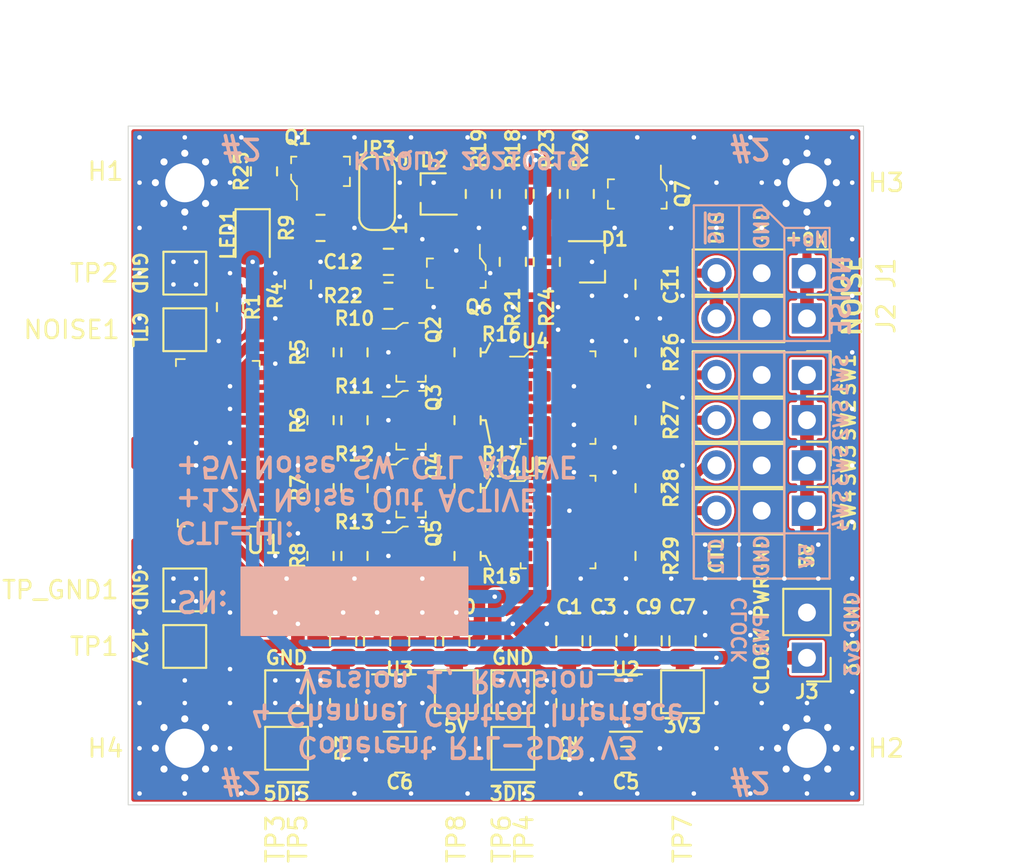
<source format=kicad_pcb>
(kicad_pcb (version 20171130) (host pcbnew 5.1.10-88a1d61d58~90~ubuntu20.04.1)
  (title_block (title "4 Channel Active RF Splitter, V1") (date 2021-03-20) (rev -) (company "Amateur Radio / Phased Arrays") (comment 1 "Coherent RTL-SDR Projects") (comment 2 creativecommons.org/licenses/by/4.0/) (comment 3 "License: CC BY 4.0") (comment 4 "Author: Zach Leffke, KJ4QLP"))
  (layers (0 F.Cu signal) (31 B.Cu signal) (34 B.Paste user) (35 F.Paste user) (36 B.SilkS user) (37 F.SilkS user) (38 B.Mask user) (39 F.Mask user) (44 Edge.Cuts user))
  (net 0 "")
  (net 1 +3V3)
  (net 2 GND)
  (net 3 +12V)
  (net 4 "Net-(C5-Pad1)")
  (net 5 +5V)
  (net 6 No_~DIS)
  (net 7 "Net-(C12-Pad1)")
  (net 8 "Net-(D1-Pad1)")
  (net 9 "Net-(D2-Pad1)")
  (net 10 No_~EN)
  (net 11 "Net-(Q1-Pad1)")
  (net 12 "Net-(Q2-Pad1)")
  (net 13 "Net-(Q2-Pad3)")
  (net 14 "Net-(Q3-Pad1)")
  (net 15 "Net-(Q3-Pad3)")
  (net 16 "Net-(Q4-Pad1)")
  (net 17 "Net-(Q4-Pad3)")
  (net 18 "Net-(Q5-Pad1)")
  (net 19 "Net-(Q5-Pad3)")
  (net 20 "Net-(Q6-Pad3)")
  (net 21 "Net-(Q6-Pad1)")
  (net 22 "Net-(Q7-Pad1)")
  (net 23 "Net-(R4-Pad1)")
  (net 24 "Net-(R5-Pad1)")
  (net 25 "Net-(R6-Pad1)")
  (net 26 "Net-(U1-Pad1)")
  (net 27 "Net-(NOISE1-Pad1)")
  (net 28 "Net-(C6-Pad1)")
  (net 29 "Net-(R7-Pad1)")
  (net 30 "Net-(R8-Pad1)")
  (net 31 "Net-(R14-Pad2)")
  (net 32 "Net-(R15-Pad2)")
  (net 33 "Net-(R16-Pad2)")
  (net 34 "Net-(R17-Pad2)")
  (net 35 No_SW_1)
  (net 36 No_SW_2)
  (net 37 No_SW_3)
  (net 38 No_SW_4)
  (net 39 5~DIS)
  (net 40 3~DIS)
  (net 41 "Net-(J1-Pad1)")
  (net 42 "Net-(LED1-Pad1)")
  (module Resistor_SMD:R_0805_2012Metric (layer F.Cu) (at 137.16 87.63 270)
    (fp_text reference R29 (at 0 -1.27 90) (layer F.SilkS) (effects (font (size 0.762 0.762) (thickness 0.1524))))
    (fp_text value 100k)
    (pad 2 smd roundrect (at 0.9125 0 270) (size 1.025 1.4) (layers F.Cu F.Paste F.Mask) (roundrect_rratio 0.243902) (net 2 GND))
    (pad 1 smd roundrect (at -0.9125 0 270) (size 1.025 1.4) (layers F.Cu F.Paste F.Mask) (roundrect_rratio 0.243902) (net 38 No_SW_4))
  )
  (module Resistor_SMD:R_0805_2012Metric (layer F.Cu) (at 137.16 83.82 90)
    (fp_text reference R28 (at 0 1.27 90) (layer F.SilkS) (effects (font (size 0.762 0.762) (thickness 0.1524))))
    (fp_text value 100k)
    (pad 2 smd roundrect (at 0.9125 0 90) (size 1.025 1.4) (layers F.Cu F.Paste F.Mask) (roundrect_rratio 0.243902) (net 2 GND))
    (pad 1 smd roundrect (at -0.9125 0 90) (size 1.025 1.4) (layers F.Cu F.Paste F.Mask) (roundrect_rratio 0.243902) (net 37 No_SW_3))
  )
  (module Resistor_SMD:R_0805_2012Metric (layer F.Cu) (at 137.16 80.01 90)
    (fp_text reference R27 (at 0 1.27 90) (layer F.SilkS) (effects (font (size 0.762 0.762) (thickness 0.1524))))
    (fp_text value 100k)
    (pad 2 smd roundrect (at 0.9125 0 90) (size 1.025 1.4) (layers F.Cu F.Paste F.Mask) (roundrect_rratio 0.243902) (net 2 GND))
    (pad 1 smd roundrect (at -0.9125 0 90) (size 1.025 1.4) (layers F.Cu F.Paste F.Mask) (roundrect_rratio 0.243902) (net 36 No_SW_2))
  )
  (module Resistor_SMD:R_0805_2012Metric (layer F.Cu) (at 137.16 76.2 90)
    (fp_text reference R26 (at 0 1.27 90) (layer F.SilkS) (effects (font (size 0.762 0.762) (thickness 0.1524))))
    (fp_text value 100k)
    (pad 2 smd roundrect (at 0.9125 0 90) (size 1.025 1.4) (layers F.Cu F.Paste F.Mask) (roundrect_rratio 0.243902) (net 2 GND))
    (pad 1 smd roundrect (at -0.9125 0 90) (size 1.025 1.4) (layers F.Cu F.Paste F.Mask) (roundrect_rratio 0.243902) (net 35 No_SW_1))
  )
  (module LED_SMD:LED_0805_2012Metric (layer F.Cu) (at 114.935 69.85 270)
    (fp_text reference LED1 (at -0.254 1.397 90) (layer F.SilkS) (effects (font (size 0.762 0.762) (thickness 0.1524))))
    (fp_text value LED)
    (pad 2 smd roundrect (at 0.9375 0 270) (size 0.975 1.4) (layers F.Cu F.Paste F.Mask) (net 1 +3V3))
    (pad 1 smd roundrect (at -0.9375 0 270) (size 0.975 1.4) (layers F.Cu F.Paste F.Mask) (net 42 "Net-(LED1-Pad1)"))
  )
  (module Resistor_SMD:R_0805_2012Metric (layer F.Cu) (at 115.57 66.04 90)
    (fp_text reference R25 (at 0 -1.27 90) (layer F.SilkS) (effects (font (size 0.762 0.762) (thickness 0.1524))))
    (fp_text value 1k)
    (pad 2 smd roundrect (at 0.9125 0 90) (size 1.025 1.4) (layers F.Cu F.Paste F.Mask) (roundrect_rratio 0.243902) (net 10 No_~EN))
    (pad 1 smd roundrect (at -0.9125 0 90) (size 1.025 1.4) (layers F.Cu F.Paste F.Mask) (roundrect_rratio 0.243902) (net 42 "Net-(LED1-Pad1)"))
  )
  (module TestPoint:TestPoint_Pad_2.0x2.0mm (layer F.Cu) (at 126.365 95.25)
    (fp_text reference TP8 (at 0 8.255 90) (layer F.SilkS))
    (fp_text value 5V)
    (pad 1 smd rect (at 0 0) (size 2 2) (layers F.Cu F.Mask) (net 5 +5V))
  )
  (module TestPoint:TestPoint_Pad_2.0x2.0mm (layer F.Cu) (at 139.065 95.25)
    (fp_text reference TP7 (at 0 8.255 90) (layer F.SilkS))
    (fp_text value 3V3)
    (pad 1 smd rect (at 0 0) (size 2 2) (layers F.Cu F.Mask) (net 1 +3V3))
  )
  (module Connector_PinHeader_2.54mm:PinHeader_1x03_P2.54mm_Vertical (layer F.Cu) (at 146.05 74.295 270)
    (fp_text reference J2 (at 0 -4.445 90) (layer F.SilkS))
    (fp_text value NOISE_SRC)
    (pad 3 thru_hole oval (at 0 5.08 270) (size 1.7 1.7) (drill 1) (layers *.Cu *.Mask) (net 6 No_~DIS))
    (pad 2 thru_hole oval (at 0 2.54 270) (size 1.7 1.7) (drill 1) (layers *.Cu *.Mask) (net 2 GND))
    (pad 1 thru_hole rect (at 0 0 270) (size 1.7 1.7) (drill 1) (layers *.Cu *.Mask) (net 41 "Net-(J1-Pad1)"))
  )
  (module Connector_PinHeader_2.54mm:PinHeader_1x03_P2.54mm_Vertical (layer F.Cu) (at 146.05 71.755 270)
    (fp_text reference J1 (at 0 -4.445 90) (layer F.SilkS))
    (fp_text value NOISE_SRC)
    (pad 3 thru_hole oval (at 0 5.08 270) (size 1.7 1.7) (drill 1) (layers *.Cu *.Mask) (net 6 No_~DIS))
    (pad 2 thru_hole oval (at 0 2.54 270) (size 1.7 1.7) (drill 1) (layers *.Cu *.Mask) (net 2 GND))
    (pad 1 thru_hole rect (at 0 0 270) (size 1.7 1.7) (drill 1) (layers *.Cu *.Mask) (net 41 "Net-(J1-Pad1)"))
  )
  (module TestPoint:TestPoint_Pad_2.0x2.0mm (layer F.Cu) (at 129.54 95.25)
    (fp_text reference TP6 (at -0.635 8.255 90) (layer F.SilkS))
    (fp_text value GND)
    (pad 1 smd rect (at 0 0) (size 2 2) (layers F.Cu F.Mask) (net 2 GND))
  )
  (module TestPoint:TestPoint_Pad_2.0x2.0mm (layer F.Cu) (at 116.84 95.25)
    (fp_text reference TP5 (at 0.635 8.255 90) (layer F.SilkS))
    (fp_text value GND)
    (pad 1 smd rect (at 0 0) (size 2 2) (layers F.Cu F.Mask) (net 2 GND))
  )
  (module TestPoint:TestPoint_Pad_2.0x2.0mm (layer F.Cu) (at 129.54 98.425 90)
    (fp_text reference TP4 (at -5.08 0.635 90) (layer F.SilkS))
    (fp_text value 3~DIS)
    (pad 1 smd rect (at 0 0 90) (size 2 2) (layers F.Cu F.Mask) (net 40 3~DIS))
  )
  (module Connector_PinHeader_2.54mm:PinHeader_1x02_P2.54mm_Vertical (layer F.Cu) (at 146.05 93.345 180)
    (fp_text reference J3 (at 0 -1.905 180) (layer F.SilkS) (effects (font (size 0.762 0.762) (thickness 0.1524))))
    (fp_text value CLOCK)
    (pad 2 thru_hole oval (at 0 2.54 180) (size 1.7 1.7) (drill 1) (layers *.Cu *.Mask) (net 2 GND))
    (pad 1 thru_hole rect (at 0 0 180) (size 1.7 1.7) (drill 1) (layers *.Cu *.Mask) (net 1 +3V3))
  )
  (module Connector_PinHeader_2.54mm:PinHeader_1x03_P2.54mm_Vertical (layer F.Cu) (at 146.05 85.09 270)
    (fp_text reference SW4 (at 0 -2.33 90) (layer F.SilkS) (effects (font (size 0.762 0.762) (thickness 0.1524))))
    (fp_text value No_SW_4)
    (pad 3 thru_hole oval (at 0 5.08 270) (size 1.7 1.7) (drill 1) (layers *.Cu *.Mask) (net 38 No_SW_4))
    (pad 2 thru_hole oval (at 0 2.54 270) (size 1.7 1.7) (drill 1) (layers *.Cu *.Mask) (net 2 GND))
    (pad 1 thru_hole rect (at 0 0 270) (size 1.7 1.7) (drill 1) (layers *.Cu *.Mask) (net 5 +5V))
  )
  (module Connector_PinHeader_2.54mm:PinHeader_1x03_P2.54mm_Vertical (layer F.Cu) (at 146.05 82.55 270)
    (fp_text reference SW3 (at 0 -2.33 90) (layer F.SilkS) (effects (font (size 0.762 0.762) (thickness 0.1524))))
    (fp_text value No_SW_3)
    (pad 3 thru_hole oval (at 0 5.08 270) (size 1.7 1.7) (drill 1) (layers *.Cu *.Mask) (net 37 No_SW_3))
    (pad 2 thru_hole oval (at 0 2.54 270) (size 1.7 1.7) (drill 1) (layers *.Cu *.Mask) (net 2 GND))
    (pad 1 thru_hole rect (at 0 0 270) (size 1.7 1.7) (drill 1) (layers *.Cu *.Mask) (net 5 +5V))
  )
  (module Connector_PinHeader_2.54mm:PinHeader_1x03_P2.54mm_Vertical (layer F.Cu) (at 146.05 80.01 270)
    (fp_text reference SW2 (at 0 -2.33 90) (layer F.SilkS) (effects (font (size 0.762 0.762) (thickness 0.1524))))
    (fp_text value No_SW_2)
    (pad 3 thru_hole oval (at 0 5.08 270) (size 1.7 1.7) (drill 1) (layers *.Cu *.Mask) (net 36 No_SW_2))
    (pad 2 thru_hole oval (at 0 2.54 270) (size 1.7 1.7) (drill 1) (layers *.Cu *.Mask) (net 2 GND))
    (pad 1 thru_hole rect (at 0 0 270) (size 1.7 1.7) (drill 1) (layers *.Cu *.Mask) (net 5 +5V))
  )
  (module Connector_PinHeader_2.54mm:PinHeader_1x03_P2.54mm_Vertical (layer F.Cu) (at 146.05 77.47 270)
    (fp_text reference SW1 (at 0 -2.33 90) (layer F.SilkS) (effects (font (size 0.762 0.762) (thickness 0.1524))))
    (fp_text value No_SW_1)
    (pad 3 thru_hole oval (at 0 5.08 270) (size 1.7 1.7) (drill 1) (layers *.Cu *.Mask) (net 35 No_SW_1))
    (pad 2 thru_hole oval (at 0 2.54 270) (size 1.7 1.7) (drill 1) (layers *.Cu *.Mask) (net 2 GND))
    (pad 1 thru_hole rect (at 0 0 270) (size 1.7 1.7) (drill 1) (layers *.Cu *.Mask) (net 5 +5V))
  )
  (module digikey-footprints:SOIC-8_W3.9mm (layer F.Cu) (at 132.08 85.725 270)
    (fp_text reference U5 (at -3.175 1.27 180) (layer F.SilkS) (effects (font (size 0.762 0.762) (thickness 0.1524))))
    (fp_text value ILD207T)
    (pad 3 smd rect (at 0.635 2.45 270) (size 0.6 2) (layers F.Cu F.Paste F.Mask) (net 5 +5V))
    (pad 8 smd rect (at -1.905 -2.45 270) (size 0.6 2) (layers F.Cu F.Paste F.Mask) (net 5 +5V))
    (pad 7 smd rect (at -0.635 -2.45 270) (size 0.6 2) (layers F.Cu F.Paste F.Mask) (net 37 No_SW_3))
    (pad 6 smd rect (at 0.635 -2.45 270) (size 0.6 2) (layers F.Cu F.Paste F.Mask) (net 5 +5V))
    (pad 5 smd rect (at 1.905 -2.45 270) (size 0.6 2) (layers F.Cu F.Paste F.Mask) (net 38 No_SW_4))
    (pad 4 smd rect (at 1.905 2.45 270) (size 0.6 2) (layers F.Cu F.Paste F.Mask) (net 32 "Net-(R15-Pad2)"))
    (pad 2 smd rect (at -0.635 2.45 270) (size 0.6 2) (layers F.Cu F.Paste F.Mask) (net 31 "Net-(R14-Pad2)"))
    (pad 1 smd rect (at -1.905 2.45 270) (size 0.6 2) (layers F.Cu F.Paste F.Mask) (net 5 +5V))
  )
  (module digikey-footprints:SOIC-8_W3.9mm (layer F.Cu) (at 132.08 78.74 270)
    (fp_text reference U4 (at -3.175 1.27 180) (layer F.SilkS) (effects (font (size 0.762 0.762) (thickness 0.1524))))
    (fp_text value ILD207T)
    (pad 3 smd rect (at 0.635 2.45 270) (size 0.6 2) (layers F.Cu F.Paste F.Mask) (net 5 +5V))
    (pad 8 smd rect (at -1.905 -2.45 270) (size 0.6 2) (layers F.Cu F.Paste F.Mask) (net 5 +5V))
    (pad 7 smd rect (at -0.635 -2.45 270) (size 0.6 2) (layers F.Cu F.Paste F.Mask) (net 35 No_SW_1))
    (pad 6 smd rect (at 0.635 -2.45 270) (size 0.6 2) (layers F.Cu F.Paste F.Mask) (net 5 +5V))
    (pad 5 smd rect (at 1.905 -2.45 270) (size 0.6 2) (layers F.Cu F.Paste F.Mask) (net 36 No_SW_2))
    (pad 4 smd rect (at 1.905 2.45 270) (size 0.6 2) (layers F.Cu F.Paste F.Mask) (net 34 "Net-(R17-Pad2)"))
    (pad 2 smd rect (at -0.635 2.45 270) (size 0.6 2) (layers F.Cu F.Paste F.Mask) (net 33 "Net-(R16-Pad2)"))
    (pad 1 smd rect (at -1.905 2.45 270) (size 0.6 2) (layers F.Cu F.Paste F.Mask) (net 5 +5V))
  )
  (module TestPoint:TestPoint_Pad_2.0x2.0mm (layer F.Cu) (at 111.125 89.535 90)
    (fp_text reference TP_GND1 (at 0 -6.985 180) (layer F.SilkS))
    (fp_text value TestPoint)
    (pad 1 smd rect (at 0 0 90) (size 2 2) (layers F.Cu F.Mask) (net 2 GND))
  )
  (module Resistor_SMD:R_0805_2012Metric (layer F.Cu) (at 113.665 73.66 90)
    (fp_text reference R1 (at 0 1.27 90) (layer F.SilkS) (effects (font (size 0.762 0.762) (thickness 0.1524))))
    (fp_text value 100k)
    (pad 2 smd roundrect (at 0.9125 0 90) (size 1.025 1.4) (layers F.Cu F.Paste F.Mask) (roundrect_rratio 0.243902) (net 2 GND))
    (pad 1 smd roundrect (at -0.9125 0 90) (size 1.025 1.4) (layers F.Cu F.Paste F.Mask) (roundrect_rratio 0.243902) (net 27 "Net-(NOISE1-Pad1)"))
  )
  (module TestPoint:TestPoint_Pad_2.0x2.0mm (layer F.Cu) (at 111.125 74.93 90)
    (fp_text reference NOISE1 (at 0 -6.35 180) (layer F.SilkS))
    (fp_text value TestPoint)
    (pad 1 smd rect (at 0 0 90) (size 2 2) (layers F.Cu F.Mask) (net 27 "Net-(NOISE1-Pad1)"))
  )
  (module digikey-footprints:SOT-23-3 (layer F.Cu) (at 136.525 67.31 270)
    (fp_text reference Q7 (at 0 -2.54 90) (layer F.SilkS) (effects (font (size 0.762 0.762) (thickness 0.1524))))
    (fp_text value IRLML9301)
    (pad 1 smd rect (at -1.05 -0.95 270) (size 1.3 0.6) (layers F.Cu F.Paste F.Mask) (net 22 "Net-(Q7-Pad1)"))
    (pad 2 smd rect (at -1.05 0.95 270) (size 1.3 0.6) (layers F.Cu F.Paste F.Mask) (net 3 +12V))
    (pad 3 smd rect (at 1.05 0 270) (size 1.3 0.6) (layers F.Cu F.Paste F.Mask) (net 41 "Net-(J1-Pad1)"))
  )
  (module Resistor_SMD:R_0805_2012Metric (layer F.Cu) (at 127 87.63 270)
    (fp_text reference R15 (at 1.143 -1.905) (layer F.SilkS) (effects (font (size 0.762 0.762) (thickness 0.1524))))
    (fp_text value 1k)
    (pad 2 smd roundrect (at 0.9125 0 270) (size 1.025 1.4) (layers F.Cu F.Paste F.Mask) (roundrect_rratio 0.243902) (net 32 "Net-(R15-Pad2)"))
    (pad 1 smd roundrect (at -0.9125 0 270) (size 1.025 1.4) (layers F.Cu F.Paste F.Mask) (roundrect_rratio 0.243902) (net 19 "Net-(Q5-Pad3)"))
  )
  (module Resistor_SMD:R_0805_2012Metric (layer F.Cu) (at 127 83.82 270)
    (fp_text reference R14 (at -1.016 -1.905) (layer F.SilkS) (effects (font (size 0.762 0.762) (thickness 0.1524))))
    (fp_text value 1k)
    (pad 2 smd roundrect (at 0.9125 0 270) (size 1.025 1.4) (layers F.Cu F.Paste F.Mask) (roundrect_rratio 0.243902) (net 31 "Net-(R14-Pad2)"))
    (pad 1 smd roundrect (at -0.9125 0 270) (size 1.025 1.4) (layers F.Cu F.Paste F.Mask) (roundrect_rratio 0.243902) (net 17 "Net-(Q4-Pad3)"))
  )
  (module Resistor_SMD:R_0805_2012Metric (layer F.Cu) (at 127 80.01 270)
    (fp_text reference R17 (at 1.905 -1.905) (layer F.SilkS) (effects (font (size 0.762 0.762) (thickness 0.1524))))
    (fp_text value 1k)
    (pad 2 smd roundrect (at 0.9125 0 270) (size 1.025 1.4) (layers F.Cu F.Paste F.Mask) (roundrect_rratio 0.243902) (net 34 "Net-(R17-Pad2)"))
    (pad 1 smd roundrect (at -0.9125 0 270) (size 1.025 1.4) (layers F.Cu F.Paste F.Mask) (roundrect_rratio 0.243902) (net 15 "Net-(Q3-Pad3)"))
  )
  (module Resistor_SMD:R_0805_2012Metric (layer F.Cu) (at 127 76.2 270)
    (fp_text reference R16 (at -1.016 -1.905) (layer F.SilkS) (effects (font (size 0.762 0.762) (thickness 0.1524))))
    (fp_text value 1k)
    (pad 2 smd roundrect (at 0.9125 0 270) (size 1.025 1.4) (layers F.Cu F.Paste F.Mask) (roundrect_rratio 0.243902) (net 33 "Net-(R16-Pad2)"))
    (pad 1 smd roundrect (at -0.9125 0 270) (size 1.025 1.4) (layers F.Cu F.Paste F.Mask) (roundrect_rratio 0.243902) (net 13 "Net-(Q2-Pad3)"))
  )
  (module Resistor_SMD:R_0805_2012Metric (layer F.Cu) (at 118.745 69.215)
    (fp_text reference R9 (at -1.905 0 270) (layer F.SilkS) (effects (font (size 0.762 0.762) (thickness 0.1524))))
    (fp_text value 100k)
    (pad 2 smd roundrect (at 0.9125 0) (size 1.025 1.4) (layers F.Cu F.Paste F.Mask) (roundrect_rratio 0.243902) (net 2 GND))
    (pad 1 smd roundrect (at -0.9125 0) (size 1.025 1.4) (layers F.Cu F.Paste F.Mask) (roundrect_rratio 0.243902) (net 11 "Net-(Q1-Pad1)"))
  )
  (module Resistor_SMD:R_0805_2012Metric (layer F.Cu) (at 117.475 72.39 90)
    (fp_text reference R4 (at -0.635 -1.27 270) (layer F.SilkS) (effects (font (size 0.762 0.762) (thickness 0.1524))))
    (fp_text value 1k)
    (pad 2 smd roundrect (at 0.9125 0 90) (size 1.025 1.4) (layers F.Cu F.Paste F.Mask) (roundrect_rratio 0.243902) (net 11 "Net-(Q1-Pad1)"))
    (pad 1 smd roundrect (at -0.9125 0 90) (size 1.025 1.4) (layers F.Cu F.Paste F.Mask) (roundrect_rratio 0.243902) (net 23 "Net-(R4-Pad1)"))
  )
  (module Resistor_SMD:R_0805_2012Metric (layer F.Cu) (at 131.445 71.12 270)
    (fp_text reference R24 (at 2.54 0 90) (layer F.SilkS) (effects (font (size 0.762 0.762) (thickness 0.1524))))
    (fp_text value 500)
    (pad 2 smd roundrect (at 0.9125 0 270) (size 1.025 1.4) (layers F.Cu F.Paste F.Mask) (roundrect_rratio 0.243902) (net 20 "Net-(Q6-Pad3)"))
    (pad 1 smd roundrect (at -0.9125 0 270) (size 1.025 1.4) (layers F.Cu F.Paste F.Mask) (roundrect_rratio 0.243902) (net 22 "Net-(Q7-Pad1)"))
  )
  (module Resistor_SMD:R_0805_2012Metric (layer F.Cu) (at 131.445 67.31 270)
    (fp_text reference R23 (at -2.54 0 90) (layer F.SilkS) (effects (font (size 0.762 0.762) (thickness 0.1524))))
    (fp_text value 10k)
    (pad 2 smd roundrect (at 0.9125 0 270) (size 1.025 1.4) (layers F.Cu F.Paste F.Mask) (roundrect_rratio 0.243902) (net 22 "Net-(Q7-Pad1)"))
    (pad 1 smd roundrect (at -0.9125 0 270) (size 1.025 1.4) (layers F.Cu F.Paste F.Mask) (roundrect_rratio 0.243902) (net 3 +12V))
  )
  (module Resistor_SMD:R_0805_2012Metric (layer F.Cu) (at 122.555 73.025 180)
    (fp_text reference R22 (at 2.54 0) (layer F.SilkS) (effects (font (size 0.762 0.762) (thickness 0.1524))))
    (fp_text value 2k)
    (pad 2 smd roundrect (at 0.9125 0 180) (size 1.025 1.4) (layers F.Cu F.Paste F.Mask) (roundrect_rratio 0.243902) (net 2 GND))
    (pad 1 smd roundrect (at -0.9125 0 180) (size 1.025 1.4) (layers F.Cu F.Paste F.Mask) (roundrect_rratio 0.243902) (net 21 "Net-(Q6-Pad1)"))
  )
  (module Resistor_SMD:R_0805_2012Metric (layer F.Cu) (at 129.54 71.12 90)
    (fp_text reference R21 (at -2.54 0 270) (layer F.SilkS) (effects (font (size 0.762 0.762) (thickness 0.1524))))
    (fp_text value 5k)
    (pad 2 smd roundrect (at 0.9125 0 90) (size 1.025 1.4) (layers F.Cu F.Paste F.Mask) (roundrect_rratio 0.243902) (net 21 "Net-(Q6-Pad1)"))
    (pad 1 smd roundrect (at -0.9125 0 90) (size 1.025 1.4) (layers F.Cu F.Paste F.Mask) (roundrect_rratio 0.243902) (net 8 "Net-(D1-Pad1)"))
  )
  (module Resistor_SMD:R_0805_2012Metric (layer F.Cu) (at 133.35 67.31 270)
    (fp_text reference R20 (at -2.54 0 270) (layer F.SilkS) (effects (font (size 0.762 0.762) (thickness 0.1524))))
    (fp_text value 1k)
    (pad 2 smd roundrect (at 0.9125 0 270) (size 1.025 1.4) (layers F.Cu F.Paste F.Mask) (roundrect_rratio 0.243902) (net 8 "Net-(D1-Pad1)"))
    (pad 1 smd roundrect (at -0.9125 0 270) (size 1.025 1.4) (layers F.Cu F.Paste F.Mask) (roundrect_rratio 0.243902) (net 3 +12V))
  )
  (module Resistor_SMD:R_0805_2012Metric (layer F.Cu) (at 127.635 67.31 90)
    (fp_text reference R19 (at 2.54 0 90) (layer F.SilkS) (effects (font (size 0.762 0.762) (thickness 0.1524))))
    (fp_text value 2.5k)
    (pad 2 smd roundrect (at 0.9125 0 90) (size 1.025 1.4) (layers F.Cu F.Paste F.Mask) (roundrect_rratio 0.243902) (net 2 GND))
    (pad 1 smd roundrect (at -0.9125 0 90) (size 1.025 1.4) (layers F.Cu F.Paste F.Mask) (roundrect_rratio 0.243902) (net 9 "Net-(D2-Pad1)"))
  )
  (module Resistor_SMD:R_0805_2012Metric (layer F.Cu) (at 129.54 67.31 270)
    (fp_text reference R18 (at -2.54 0 90) (layer F.SilkS) (effects (font (size 0.762 0.762) (thickness 0.1524))))
    (fp_text value 8k)
    (pad 2 smd roundrect (at 0.9125 0 270) (size 1.025 1.4) (layers F.Cu F.Paste F.Mask) (roundrect_rratio 0.243902) (net 9 "Net-(D2-Pad1)"))
    (pad 1 smd roundrect (at -0.9125 0 270) (size 1.025 1.4) (layers F.Cu F.Paste F.Mask) (roundrect_rratio 0.243902) (net 3 +12V))
  )
  (module Resistor_SMD:R_0805_2012Metric (layer F.Cu) (at 120.65 87.63 270)
    (fp_text reference R13 (at -1.905 0 180) (layer F.SilkS) (effects (font (size 0.762 0.762) (thickness 0.1524))))
    (fp_text value 100k)
    (pad 2 smd roundrect (at 0.9125 0 270) (size 1.025 1.4) (layers F.Cu F.Paste F.Mask) (roundrect_rratio 0.243902) (net 2 GND))
    (pad 1 smd roundrect (at -0.9125 0 270) (size 1.025 1.4) (layers F.Cu F.Paste F.Mask) (roundrect_rratio 0.243902) (net 18 "Net-(Q5-Pad1)"))
  )
  (module Resistor_SMD:R_0805_2012Metric (layer F.Cu) (at 120.65 83.82 270)
    (fp_text reference R12 (at -1.905 0 180) (layer F.SilkS) (effects (font (size 0.762 0.762) (thickness 0.1524))))
    (fp_text value 100k)
    (pad 2 smd roundrect (at 0.9125 0 270) (size 1.025 1.4) (layers F.Cu F.Paste F.Mask) (roundrect_rratio 0.243902) (net 2 GND))
    (pad 1 smd roundrect (at -0.9125 0 270) (size 1.025 1.4) (layers F.Cu F.Paste F.Mask) (roundrect_rratio 0.243902) (net 16 "Net-(Q4-Pad1)"))
  )
  (module Resistor_SMD:R_0805_2012Metric (layer F.Cu) (at 120.65 80.01 270)
    (fp_text reference R11 (at -1.905 0 180) (layer F.SilkS) (effects (font (size 0.762 0.762) (thickness 0.1524))))
    (fp_text value 100k)
    (pad 2 smd roundrect (at 0.9125 0 270) (size 1.025 1.4) (layers F.Cu F.Paste F.Mask) (roundrect_rratio 0.243902) (net 2 GND))
    (pad 1 smd roundrect (at -0.9125 0 270) (size 1.025 1.4) (layers F.Cu F.Paste F.Mask) (roundrect_rratio 0.243902) (net 14 "Net-(Q3-Pad1)"))
  )
  (module Resistor_SMD:R_0805_2012Metric (layer F.Cu) (at 120.65 76.2 270)
    (fp_text reference R10 (at -1.905 0 180) (layer F.SilkS) (effects (font (size 0.762 0.762) (thickness 0.1524))))
    (fp_text value 100k)
    (pad 2 smd roundrect (at 0.9125 0 270) (size 1.025 1.4) (layers F.Cu F.Paste F.Mask) (roundrect_rratio 0.243902) (net 2 GND))
    (pad 1 smd roundrect (at -0.9125 0 270) (size 1.025 1.4) (layers F.Cu F.Paste F.Mask) (roundrect_rratio 0.243902) (net 12 "Net-(Q2-Pad1)"))
  )
  (module Resistor_SMD:R_0805_2012Metric (layer F.Cu) (at 118.745 87.63 90)
    (fp_text reference R8 (at 0 -1.27 270) (layer F.SilkS) (effects (font (size 0.762 0.762) (thickness 0.1524))))
    (fp_text value 1k)
    (pad 2 smd roundrect (at 0.9125 0 90) (size 1.025 1.4) (layers F.Cu F.Paste F.Mask) (roundrect_rratio 0.243902) (net 18 "Net-(Q5-Pad1)"))
    (pad 1 smd roundrect (at -0.9125 0 90) (size 1.025 1.4) (layers F.Cu F.Paste F.Mask) (roundrect_rratio 0.243902) (net 30 "Net-(R8-Pad1)"))
  )
  (module Resistor_SMD:R_0805_2012Metric (layer F.Cu) (at 118.745 83.82 90)
    (fp_text reference R7 (at 0 -1.27 270) (layer F.SilkS) (effects (font (size 0.762 0.762) (thickness 0.1524))))
    (fp_text value 1k)
    (pad 2 smd roundrect (at 0.9125 0 90) (size 1.025 1.4) (layers F.Cu F.Paste F.Mask) (roundrect_rratio 0.243902) (net 16 "Net-(Q4-Pad1)"))
    (pad 1 smd roundrect (at -0.9125 0 90) (size 1.025 1.4) (layers F.Cu F.Paste F.Mask) (roundrect_rratio 0.243902) (net 29 "Net-(R7-Pad1)"))
  )
  (module Resistor_SMD:R_0805_2012Metric (layer F.Cu) (at 118.745 80.01 90)
    (fp_text reference R6 (at 0 -1.27 90) (layer F.SilkS) (effects (font (size 0.762 0.762) (thickness 0.1524))))
    (fp_text value 1k)
    (pad 2 smd roundrect (at 0.9125 0 90) (size 1.025 1.4) (layers F.Cu F.Paste F.Mask) (roundrect_rratio 0.243902) (net 14 "Net-(Q3-Pad1)"))
    (pad 1 smd roundrect (at -0.9125 0 90) (size 1.025 1.4) (layers F.Cu F.Paste F.Mask) (roundrect_rratio 0.243902) (net 25 "Net-(R6-Pad1)"))
  )
  (module Resistor_SMD:R_0805_2012Metric (layer F.Cu) (at 118.745 76.2 90)
    (fp_text reference R5 (at 0 -1.27 90) (layer F.SilkS) (effects (font (size 0.762 0.762) (thickness 0.1524))))
    (fp_text value 1k)
    (pad 2 smd roundrect (at 0.9125 0 90) (size 1.025 1.4) (layers F.Cu F.Paste F.Mask) (roundrect_rratio 0.243902) (net 12 "Net-(Q2-Pad1)"))
    (pad 1 smd roundrect (at -0.9125 0 90) (size 1.025 1.4) (layers F.Cu F.Paste F.Mask) (roundrect_rratio 0.243902) (net 24 "Net-(R5-Pad1)"))
  )
  (module digikey-footprints:SOT-23-3 (layer F.Cu) (at 118.745 66.04 90)
    (fp_text reference Q1 (at 1.905 -1.27 180) (layer F.SilkS) (effects (font (size 0.762 0.762) (thickness 0.1524))))
    (fp_text value IRLML6344TRPBF)
    (pad 1 smd rect (at -1.05 -0.95 90) (size 1.3 0.6) (layers F.Cu F.Paste F.Mask) (net 11 "Net-(Q1-Pad1)"))
    (pad 2 smd rect (at -1.05 0.95 90) (size 1.3 0.6) (layers F.Cu F.Paste F.Mask) (net 2 GND))
    (pad 3 smd rect (at 1.05 0 90) (size 1.3 0.6) (layers F.Cu F.Paste F.Mask) (net 10 No_~EN))
  )
  (module digikey-footprints:SOT-23-3 (layer F.Cu) (at 126.365 71.755 270)
    (fp_text reference Q6 (at 1.905 -1.27) (layer F.SilkS) (effects (font (size 0.762 0.762) (thickness 0.1524))))
    (fp_text value MMBTA06LT1G)
    (pad 1 smd rect (at -1.05 -0.95 270) (size 1.3 0.6) (layers F.Cu F.Paste F.Mask) (net 21 "Net-(Q6-Pad1)"))
    (pad 2 smd rect (at -1.05 0.95 270) (size 1.3 0.6) (layers F.Cu F.Paste F.Mask) (net 9 "Net-(D2-Pad1)"))
    (pad 3 smd rect (at 1.05 0 270) (size 1.3 0.6) (layers F.Cu F.Paste F.Mask) (net 20 "Net-(Q6-Pad3)"))
  )
  (module digikey-footprints:SOT-23-3 (layer F.Cu) (at 123.825 87.63)
    (fp_text reference Q5 (at 1.27 -1.27 270) (layer F.SilkS) (effects (font (size 0.762 0.762) (thickness 0.1524))))
    (fp_text value IRLML6344TRPBF)
    (pad 1 smd rect (at -1.05 -0.95) (size 1.3 0.6) (layers F.Cu F.Paste F.Mask) (net 18 "Net-(Q5-Pad1)"))
    (pad 2 smd rect (at -1.05 0.95) (size 1.3 0.6) (layers F.Cu F.Paste F.Mask) (net 2 GND))
    (pad 3 smd rect (at 1.05 0) (size 1.3 0.6) (layers F.Cu F.Paste F.Mask) (net 19 "Net-(Q5-Pad3)"))
  )
  (module digikey-footprints:SOT-23-3 (layer F.Cu) (at 123.825 83.82)
    (fp_text reference Q4 (at 1.27 -1.27 90) (layer F.SilkS) (effects (font (size 0.762 0.762) (thickness 0.1524))))
    (fp_text value IRLML6344TRPBF)
    (pad 1 smd rect (at -1.05 -0.95) (size 1.3 0.6) (layers F.Cu F.Paste F.Mask) (net 16 "Net-(Q4-Pad1)"))
    (pad 2 smd rect (at -1.05 0.95) (size 1.3 0.6) (layers F.Cu F.Paste F.Mask) (net 2 GND))
    (pad 3 smd rect (at 1.05 0) (size 1.3 0.6) (layers F.Cu F.Paste F.Mask) (net 17 "Net-(Q4-Pad3)"))
  )
  (module digikey-footprints:SOT-23-3 (layer F.Cu) (at 123.825 80.01)
    (fp_text reference Q3 (at 1.27 -1.27 90) (layer F.SilkS) (effects (font (size 0.762 0.762) (thickness 0.1524))))
    (fp_text value IRLML6344TRPBF)
    (pad 1 smd rect (at -1.05 -0.95) (size 1.3 0.6) (layers F.Cu F.Paste F.Mask) (net 14 "Net-(Q3-Pad1)"))
    (pad 2 smd rect (at -1.05 0.95) (size 1.3 0.6) (layers F.Cu F.Paste F.Mask) (net 2 GND))
    (pad 3 smd rect (at 1.05 0) (size 1.3 0.6) (layers F.Cu F.Paste F.Mask) (net 15 "Net-(Q3-Pad3)"))
  )
  (module digikey-footprints:SOT-23-3 (layer F.Cu) (at 123.825 76.2)
    (fp_text reference Q2 (at 1.27 -1.27 90) (layer F.SilkS) (effects (font (size 0.762 0.762) (thickness 0.1524))))
    (fp_text value IRLML6344TRPBF)
    (pad 1 smd rect (at -1.05 -0.95) (size 1.3 0.6) (layers F.Cu F.Paste F.Mask) (net 12 "Net-(Q2-Pad1)"))
    (pad 2 smd rect (at -1.05 0.95) (size 1.3 0.6) (layers F.Cu F.Paste F.Mask) (net 2 GND))
    (pad 3 smd rect (at 1.05 0) (size 1.3 0.6) (layers F.Cu F.Paste F.Mask) (net 13 "Net-(Q2-Pad3)"))
  )
  (module Jumper:SolderJumper-3_P1.3mm_Open_RoundedPad1.0x1.5mm_NumberLabels (layer F.Cu) (at 121.92 67.28 90)
    (fp_text reference JP3 (at 2.51 0 180) (layer F.SilkS) (effects (font (size 0.762 0.762) (thickness 0.1524))))
    (fp_text value SolderJumper_3_Open)
    (fp_text user 1 (at -1.935 1.27 90) (layer F.SilkS) (effects (font (size 0.762 0.762) (thickness 0.1524))))
    (fp_text user 3 (at 1.875 1.27 90) (layer F.SilkS) (effects (font (size 0.762 0.762) (thickness 0.1524))))
    (pad 2 smd rect (at 0 0 90) (size 1 1.5) (layers F.Cu F.Mask) (net 7 "Net-(C12-Pad1)"))
    (pad 3 smd custom (at 1.3 0 90) (size 1 0.5) (layers F.Cu F.Mask) (net 10 No_~EN) (options (clearance outline) (anchor rect)) (primitives (gr_circle (center 0 0.25) (end 0.5 0.25) (width 0)) (gr_circle (center 0 -0.25) (end 0.5 -0.25) (width 0)) (gr_poly (pts (xy -0.55 -0.75) (xy 0 -0.75) (xy 0 0.75) (xy -0.55 0.75)) (width 0))))
    (pad 1 smd custom (at -1.3 0 90) (size 1 0.5) (layers F.Cu F.Mask) (net 2 GND) (options (clearance outline) (anchor rect)) (primitives (gr_circle (center 0 0.25) (end 0.5 0.25) (width 0)) (gr_circle (center 0 -0.25) (end 0.5 -0.25) (width 0)) (gr_poly (pts (xy 0.55 -0.75) (xy 0 -0.75) (xy 0 0.75) (xy 0.55 0.75)) (width 0))))
  )
  (module Package_TO_SOT_SMD:SOT-323_SC-70 (layer F.Cu) (at 125.095 67.31 180)
    (fp_text reference D2 (at 0 1.905) (layer F.SilkS) (effects (font (size 0.762 0.762) (thickness 0.1524))))
    (fp_text value BAS16W)
    (pad 3 smd rect (at 1 0 90) (size 0.45 0.7) (layers F.Cu F.Paste F.Mask) (net 7 "Net-(C12-Pad1)"))
    (pad 2 smd rect (at -1 0.65 90) (size 0.45 0.7) (layers F.Cu F.Paste F.Mask))
    (pad 1 smd rect (at -1 -0.65 90) (size 0.45 0.7) (layers F.Cu F.Paste F.Mask) (net 9 "Net-(D2-Pad1)"))
  )
  (module Package_TO_SOT_SMD:SOT-323_SC-70 (layer F.Cu) (at 133.985 71.12)
    (fp_text reference D1 (at 1.27 -1.27 180) (layer F.SilkS) (effects (font (size 0.762 0.762) (thickness 0.1524))))
    (fp_text value BAS16W)
    (pad 3 smd rect (at 1 0 270) (size 0.45 0.7) (layers F.Cu F.Paste F.Mask) (net 6 No_~DIS))
    (pad 2 smd rect (at -1 0.65 270) (size 0.45 0.7) (layers F.Cu F.Paste F.Mask))
    (pad 1 smd rect (at -1 -0.65 270) (size 0.45 0.7) (layers F.Cu F.Paste F.Mask) (net 8 "Net-(D1-Pad1)"))
  )
  (module Capacitor_SMD:C_0805_2012Metric (layer F.Cu) (at 122.555 71.12 180)
    (fp_text reference C12 (at 2.54 0) (layer F.SilkS) (effects (font (size 0.762 0.762) (thickness 0.1524))))
    (fp_text value 0.01uF)
    (pad 2 smd roundrect (at 0.95 0 180) (size 1 1.45) (layers F.Cu F.Paste F.Mask) (net 2 GND))
    (pad 1 smd roundrect (at -0.95 0 180) (size 1 1.45) (layers F.Cu F.Paste F.Mask) (net 7 "Net-(C12-Pad1)"))
  )
  (module Capacitor_SMD:C_0805_2012Metric (layer F.Cu) (at 137.16 72.39 270)
    (fp_text reference C11 (at 0 -1.27 90) (layer F.SilkS) (effects (font (size 0.762 0.762) (thickness 0.1524))))
    (fp_text value 0.01uF)
    (pad 2 smd roundrect (at 0.95 0 270) (size 1 1.45) (layers F.Cu F.Paste F.Mask) (net 2 GND))
    (pad 1 smd roundrect (at -0.95 0 270) (size 1 1.45) (layers F.Cu F.Paste F.Mask) (net 6 No_~DIS))
  )
  (module Package_TO_SOT_SMD:SOT-23-5 (layer F.Cu) (at 123.19 95.885)
    (fp_text reference U3 (at 0 -1.905) (layer F.SilkS) (effects (font (size 0.762 0.762) (thickness 0.1524))))
    (fp_text value SPX3819M5-L-5-0)
    (pad 5 smd rect (at 1.1 -0.95) (size 1.06 0.65) (layers F.Cu F.Paste F.Mask) (net 5 +5V))
    (pad 4 smd rect (at 1.1 0.95) (size 1.06 0.65) (layers F.Cu F.Paste F.Mask) (net 28 "Net-(C6-Pad1)"))
    (pad 3 smd rect (at -1.1 0.95) (size 1.06 0.65) (layers F.Cu F.Paste F.Mask) (net 39 5~DIS))
    (pad 2 smd rect (at -1.1 0) (size 1.06 0.65) (layers F.Cu F.Paste F.Mask) (net 2 GND))
    (pad 1 smd rect (at -1.1 -0.95) (size 1.06 0.65) (layers F.Cu F.Paste F.Mask) (net 3 +12V))
  )
  (module Package_TO_SOT_SMD:SOT-23-5 (layer F.Cu) (at 135.89 95.885)
    (fp_text reference U2 (at 0 -1.905 180) (layer F.SilkS) (effects (font (size 0.762 0.762) (thickness 0.1524))))
    (fp_text value SPX3819M5-L-3-3)
    (pad 5 smd rect (at 1.1 -0.95) (size 1.06 0.65) (layers F.Cu F.Paste F.Mask) (net 1 +3V3))
    (pad 4 smd rect (at 1.1 0.95) (size 1.06 0.65) (layers F.Cu F.Paste F.Mask) (net 4 "Net-(C5-Pad1)"))
    (pad 3 smd rect (at -1.1 0.95) (size 1.06 0.65) (layers F.Cu F.Paste F.Mask) (net 40 3~DIS))
    (pad 2 smd rect (at -1.1 0) (size 1.06 0.65) (layers F.Cu F.Paste F.Mask) (net 2 GND))
    (pad 1 smd rect (at -1.1 -0.95) (size 1.06 0.65) (layers F.Cu F.Paste F.Mask) (net 3 +12V))
  )
  (module digikey-footprints:SOIC-14_W3.9mm (layer F.Cu) (at 113.03 81.28 90)
    (fp_text reference U1 (at -5.715 2.54 180) (layer F.SilkS))
    (fp_text value 74AHC04)
    (pad 14 smd rect (at -3.81 -2.7 90) (size 0.55 1.5) (layers F.Cu F.Paste F.Mask) (net 5 +5V))
    (pad 13 smd rect (at -2.54 -2.7 90) (size 0.55 1.5) (layers F.Cu F.Paste F.Mask) (net 26 "Net-(U1-Pad1)"))
    (pad 12 smd rect (at -1.27 -2.7 90) (size 0.55 1.5) (layers F.Cu F.Paste F.Mask) (net 30 "Net-(R8-Pad1)"))
    (pad 11 smd rect (at 0 -2.7 90) (size 0.55 1.5) (layers F.Cu F.Paste F.Mask) (net 27 "Net-(NOISE1-Pad1)"))
    (pad 10 smd rect (at 1.27 -2.7 90) (size 0.55 1.5) (layers F.Cu F.Paste F.Mask) (net 26 "Net-(U1-Pad1)"))
    (pad 9 smd rect (at 2.54 -2.7 90) (size 0.55 1.5) (layers F.Cu F.Paste F.Mask) (net 26 "Net-(U1-Pad1)"))
    (pad 8 smd rect (at 3.81 -2.7 90) (size 0.55 1.5) (layers F.Cu F.Paste F.Mask) (net 23 "Net-(R4-Pad1)"))
    (pad 7 smd rect (at 3.81 2.7 90) (size 0.55 1.5) (layers F.Cu F.Paste F.Mask) (net 2 GND))
    (pad 6 smd rect (at 2.54 2.7 90) (size 0.55 1.5) (layers F.Cu F.Paste F.Mask) (net 24 "Net-(R5-Pad1)"))
    (pad 5 smd rect (at 1.27 2.7 90) (size 0.55 1.5) (layers F.Cu F.Paste F.Mask) (net 26 "Net-(U1-Pad1)"))
    (pad 4 smd rect (at 0 2.7 90) (size 0.55 1.5) (layers F.Cu F.Paste F.Mask) (net 25 "Net-(R6-Pad1)"))
    (pad 3 smd rect (at -1.27 2.7 90) (size 0.55 1.5) (layers F.Cu F.Paste F.Mask) (net 26 "Net-(U1-Pad1)"))
    (pad 2 smd rect (at -2.54 2.7 90) (size 0.55 1.5) (layers F.Cu F.Paste F.Mask) (net 29 "Net-(R7-Pad1)"))
    (pad 1 smd rect (at -3.81 2.7 90) (size 0.55 1.5) (layers F.Cu F.Paste F.Mask) (net 26 "Net-(U1-Pad1)"))
  )
  (module Resistor_SMD:R_0805_2012Metric (layer F.Cu) (at 120.015 95.885 270)
    (fp_text reference R3 (at 2.54 0 90) (layer F.SilkS) (effects (font (size 0.762 0.762) (thickness 0.1524))))
    (fp_text value 100k)
    (pad 2 smd roundrect (at 0.9125 0 270) (size 1.025 1.4) (layers F.Cu F.Paste F.Mask) (roundrect_rratio 0.243902) (net 39 5~DIS))
    (pad 1 smd roundrect (at -0.9125 0 270) (size 1.025 1.4) (layers F.Cu F.Paste F.Mask) (roundrect_rratio 0.243902) (net 3 +12V))
  )
  (module Capacitor_SMD:C_0805_2012Metric (layer F.Cu) (at 126.365 92.395 90)
    (fp_text reference C10 (at 1.905 0) (layer F.SilkS) (effects (font (size 0.762 0.762) (thickness 0.1524))))
    (fp_text value 0.1uF)
    (pad 2 smd roundrect (at 0.95 0 90) (size 1 1.45) (layers F.Cu F.Paste F.Mask) (net 2 GND))
    (pad 1 smd roundrect (at -0.95 0 90) (size 1 1.45) (layers F.Cu F.Paste F.Mask) (net 5 +5V))
  )
  (module Capacitor_SMD:C_0805_2012Metric (layer F.Cu) (at 124.46 92.395 90)
    (fp_text reference C8 (at 1.905 0) (layer F.SilkS) (effects (font (size 0.762 0.762) (thickness 0.1524))))
    (fp_text value 10uF)
    (pad 2 smd roundrect (at 0.95 0 90) (size 1 1.45) (layers F.Cu F.Paste F.Mask) (net 2 GND))
    (pad 1 smd roundrect (at -0.95 0 90) (size 1 1.45) (layers F.Cu F.Paste F.Mask) (net 5 +5V))
  )
  (module Capacitor_SMD:C_0805_2012Metric (layer F.Cu) (at 123.19 99.06 180)
    (fp_text reference C6 (at 0 -1.27) (layer F.SilkS) (effects (font (size 0.762 0.762) (thickness 0.1524))))
    (fp_text value 0.1uF)
    (pad 2 smd roundrect (at 0.95 0 180) (size 1 1.45) (layers F.Cu F.Paste F.Mask) (net 2 GND))
    (pad 1 smd roundrect (at -0.95 0 180) (size 1 1.45) (layers F.Cu F.Paste F.Mask) (net 28 "Net-(C6-Pad1)"))
  )
  (module Capacitor_SMD:C_0805_2012Metric (layer F.Cu) (at 121.92 92.395 90)
    (fp_text reference C4 (at 1.905 0) (layer F.SilkS) (effects (font (size 0.762 0.762) (thickness 0.1524))))
    (fp_text value 0.1uF)
    (pad 2 smd roundrect (at 0.95 0 90) (size 1 1.45) (layers F.Cu F.Paste F.Mask) (net 2 GND))
    (pad 1 smd roundrect (at -0.95 0 90) (size 1 1.45) (layers F.Cu F.Paste F.Mask) (net 3 +12V))
  )
  (module Capacitor_SMD:C_0805_2012Metric (layer F.Cu) (at 120.015 92.395 90)
    (fp_text reference C2 (at 1.905 0) (layer F.SilkS) (effects (font (size 0.762 0.762) (thickness 0.1524))))
    (fp_text value 1uF)
    (pad 2 smd roundrect (at 0.95 0 90) (size 1 1.45) (layers F.Cu F.Paste F.Mask) (net 2 GND))
    (pad 1 smd roundrect (at -0.95 0 90) (size 1 1.45) (layers F.Cu F.Paste F.Mask) (net 3 +12V))
  )
  (module MountingHole:MountingHole_2.2mm_M2_Pad_Via (layer F.Cu) (at 111.125 66.675)
    (fp_text reference H1 (at -4.445 -0.635) (layer F.SilkS))
    (fp_text value MountingHole_Pad)
    (pad 1 thru_hole circle (at 1.166726 -1.166726) (size 0.7 0.7) (drill 0.4) (layers *.Cu *.Mask) (net 2 GND))
    (pad 1 thru_hole circle (at 0 -1.65) (size 0.7 0.7) (drill 0.4) (layers *.Cu *.Mask) (net 2 GND))
    (pad 1 thru_hole circle (at -1.166726 -1.166726) (size 0.7 0.7) (drill 0.4) (layers *.Cu *.Mask) (net 2 GND))
    (pad 1 thru_hole circle (at -1.65 0) (size 0.7 0.7) (drill 0.4) (layers *.Cu *.Mask) (net 2 GND))
    (pad 1 thru_hole circle (at -1.166726 1.166726) (size 0.7 0.7) (drill 0.4) (layers *.Cu *.Mask) (net 2 GND))
    (pad 1 thru_hole circle (at 0 1.65) (size 0.7 0.7) (drill 0.4) (layers *.Cu *.Mask) (net 2 GND))
    (pad 1 thru_hole circle (at 1.166726 1.166726) (size 0.7 0.7) (drill 0.4) (layers *.Cu *.Mask) (net 2 GND))
    (pad 1 thru_hole circle (at 1.65 0) (size 0.7 0.7) (drill 0.4) (layers *.Cu *.Mask) (net 2 GND))
    (pad 1 thru_hole circle (at 0 0) (size 4.4 4.4) (drill 2.2) (layers *.Cu *.Mask) (net 2 GND))
  )
  (module TestPoint:TestPoint_Pad_2.0x2.0mm (layer F.Cu) (at 116.84 98.425 270)
    (fp_text reference TP3 (at 5.08 0.635 90) (layer F.SilkS))
    (fp_text value 5~DIS)
    (pad 1 smd rect (at 0 0 270) (size 2 2) (layers F.Cu F.Mask) (net 39 5~DIS))
  )
  (module TestPoint:TestPoint_Pad_2.0x2.0mm (layer F.Cu) (at 111.125 71.755 270)
    (fp_text reference TP2 (at 0 5.08 180) (layer F.SilkS))
    (fp_text value GND)
    (pad 1 smd rect (at 0 0 270) (size 2 2) (layers F.Cu F.Mask) (net 2 GND))
  )
  (module TestPoint:TestPoint_Pad_2.0x2.0mm (layer F.Cu) (at 111.125 92.71 270)
    (fp_text reference TP1 (at 0 5.08 180) (layer F.SilkS))
    (fp_text value +12V)
    (pad 1 smd rect (at 0 0 270) (size 2 2) (layers F.Cu F.Mask) (net 3 +12V))
  )
  (module Resistor_SMD:R_0805_2012Metric (layer F.Cu) (at 132.715 95.885 270)
    (fp_text reference R2 (at 2.54 0 90) (layer F.SilkS) (effects (font (size 0.762 0.762) (thickness 0.1524))))
    (fp_text value 100k)
    (pad 2 smd roundrect (at 0.9125 0 270) (size 1.025 1.4) (layers F.Cu F.Paste F.Mask) (roundrect_rratio 0.243902) (net 40 3~DIS))
    (pad 1 smd roundrect (at -0.9125 0 270) (size 1.025 1.4) (layers F.Cu F.Paste F.Mask) (roundrect_rratio 0.243902) (net 3 +12V))
  )
  (module Capacitor_SMD:C_0805_2012Metric (layer F.Cu) (at 137.16 92.395 90)
    (fp_text reference C9 (at 1.905 0 180) (layer F.SilkS) (effects (font (size 0.762 0.762) (thickness 0.1524))))
    (fp_text value 0.1uF)
    (pad 2 smd roundrect (at 0.95 0 90) (size 1 1.45) (layers F.Cu F.Paste F.Mask) (net 2 GND))
    (pad 1 smd roundrect (at -0.95 0 90) (size 1 1.45) (layers F.Cu F.Paste F.Mask) (net 1 +3V3))
  )
  (module Capacitor_SMD:C_0805_2012Metric (layer F.Cu) (at 139.065 92.395 90)
    (fp_text reference C7 (at 1.905 0) (layer F.SilkS) (effects (font (size 0.762 0.762) (thickness 0.1524))))
    (fp_text value 10uF)
    (pad 2 smd roundrect (at 0.95 0 90) (size 1 1.45) (layers F.Cu F.Paste F.Mask) (net 2 GND))
    (pad 1 smd roundrect (at -0.95 0 90) (size 1 1.45) (layers F.Cu F.Paste F.Mask) (net 1 +3V3))
  )
  (module Capacitor_SMD:C_0805_2012Metric (layer F.Cu) (at 135.89 99.06 180)
    (fp_text reference C5 (at 0 -1.27) (layer F.SilkS) (effects (font (size 0.762 0.762) (thickness 0.1524))))
    (fp_text value 0.1uF)
    (pad 2 smd roundrect (at 0.95 0 180) (size 1 1.45) (layers F.Cu F.Paste F.Mask) (net 2 GND))
    (pad 1 smd roundrect (at -0.95 0 180) (size 1 1.45) (layers F.Cu F.Paste F.Mask) (net 4 "Net-(C5-Pad1)"))
  )
  (module Capacitor_SMD:C_0805_2012Metric (layer F.Cu) (at 134.62 92.395 90)
    (fp_text reference C3 (at 1.905 0) (layer F.SilkS) (effects (font (size 0.762 0.762) (thickness 0.1524))))
    (fp_text value 0.1uF)
    (pad 2 smd roundrect (at 0.95 0 90) (size 1 1.45) (layers F.Cu F.Paste F.Mask) (net 2 GND))
    (pad 1 smd roundrect (at -0.95 0 90) (size 1 1.45) (layers F.Cu F.Paste F.Mask) (net 3 +12V))
  )
  (module Capacitor_SMD:C_0805_2012Metric (layer F.Cu) (at 132.715 92.395 90)
    (fp_text reference C1 (at 1.905 0) (layer F.SilkS) (effects (font (size 0.762 0.762) (thickness 0.1524))))
    (fp_text value 1uF)
    (pad 2 smd roundrect (at 0.95 0 90) (size 1 1.45) (layers F.Cu F.Paste F.Mask) (net 2 GND))
    (pad 1 smd roundrect (at -0.95 0 90) (size 1 1.45) (layers F.Cu F.Paste F.Mask) (net 3 +12V))
  )
  (module MountingHole:MountingHole_2.2mm_M2_Pad_Via (layer F.Cu) (at 111.125 98.425)
    (fp_text reference H4 (at -4.445 0) (layer F.SilkS))
    (fp_text value MountingHole_Pad)
    (pad 1 thru_hole circle (at 1.166726 -1.166726) (size 0.7 0.7) (drill 0.4) (layers *.Cu *.Mask) (net 2 GND))
    (pad 1 thru_hole circle (at 0 -1.65) (size 0.7 0.7) (drill 0.4) (layers *.Cu *.Mask) (net 2 GND))
    (pad 1 thru_hole circle (at -1.166726 -1.166726) (size 0.7 0.7) (drill 0.4) (layers *.Cu *.Mask) (net 2 GND))
    (pad 1 thru_hole circle (at -1.65 0) (size 0.7 0.7) (drill 0.4) (layers *.Cu *.Mask) (net 2 GND))
    (pad 1 thru_hole circle (at -1.166726 1.166726) (size 0.7 0.7) (drill 0.4) (layers *.Cu *.Mask) (net 2 GND))
    (pad 1 thru_hole circle (at 0 1.65) (size 0.7 0.7) (drill 0.4) (layers *.Cu *.Mask) (net 2 GND))
    (pad 1 thru_hole circle (at 1.166726 1.166726) (size 0.7 0.7) (drill 0.4) (layers *.Cu *.Mask) (net 2 GND))
    (pad 1 thru_hole circle (at 1.65 0) (size 0.7 0.7) (drill 0.4) (layers *.Cu *.Mask) (net 2 GND))
    (pad 1 thru_hole circle (at 0 0) (size 4.4 4.4) (drill 2.2) (layers *.Cu *.Mask) (net 2 GND))
  )
  (module MountingHole:MountingHole_2.2mm_M2_Pad_Via (layer F.Cu) (at 146.05 66.675)
    (fp_text reference H3 (at 4.445 0) (layer F.SilkS))
    (fp_text value MountingHole_Pad)
    (pad 1 thru_hole circle (at 1.166726 -1.166726) (size 0.7 0.7) (drill 0.4) (layers *.Cu *.Mask) (net 2 GND))
    (pad 1 thru_hole circle (at 0 -1.65) (size 0.7 0.7) (drill 0.4) (layers *.Cu *.Mask) (net 2 GND))
    (pad 1 thru_hole circle (at -1.166726 -1.166726) (size 0.7 0.7) (drill 0.4) (layers *.Cu *.Mask) (net 2 GND))
    (pad 1 thru_hole circle (at -1.65 0) (size 0.7 0.7) (drill 0.4) (layers *.Cu *.Mask) (net 2 GND))
    (pad 1 thru_hole circle (at -1.166726 1.166726) (size 0.7 0.7) (drill 0.4) (layers *.Cu *.Mask) (net 2 GND))
    (pad 1 thru_hole circle (at 0 1.65) (size 0.7 0.7) (drill 0.4) (layers *.Cu *.Mask) (net 2 GND))
    (pad 1 thru_hole circle (at 1.166726 1.166726) (size 0.7 0.7) (drill 0.4) (layers *.Cu *.Mask) (net 2 GND))
    (pad 1 thru_hole circle (at 1.65 0) (size 0.7 0.7) (drill 0.4) (layers *.Cu *.Mask) (net 2 GND))
    (pad 1 thru_hole circle (at 0 0) (size 4.4 4.4) (drill 2.2) (layers *.Cu *.Mask) (net 2 GND))
  )
  (module MountingHole:MountingHole_2.2mm_M2_Pad_Via (layer F.Cu) (at 146.05 98.425)
    (fp_text reference H2 (at 4.445 0) (layer F.SilkS))
    (fp_text value MountingHole_Pad)
    (pad 1 thru_hole circle (at 1.166726 -1.166726) (size 0.7 0.7) (drill 0.4) (layers *.Cu *.Mask) (net 2 GND))
    (pad 1 thru_hole circle (at 0 -1.65) (size 0.7 0.7) (drill 0.4) (layers *.Cu *.Mask) (net 2 GND))
    (pad 1 thru_hole circle (at -1.166726 -1.166726) (size 0.7 0.7) (drill 0.4) (layers *.Cu *.Mask) (net 2 GND))
    (pad 1 thru_hole circle (at -1.65 0) (size 0.7 0.7) (drill 0.4) (layers *.Cu *.Mask) (net 2 GND))
    (pad 1 thru_hole circle (at -1.166726 1.166726) (size 0.7 0.7) (drill 0.4) (layers *.Cu *.Mask) (net 2 GND))
    (pad 1 thru_hole circle (at 0 1.65) (size 0.7 0.7) (drill 0.4) (layers *.Cu *.Mask) (net 2 GND))
    (pad 1 thru_hole circle (at 1.166726 1.166726) (size 0.7 0.7) (drill 0.4) (layers *.Cu *.Mask) (net 2 GND))
    (pad 1 thru_hole circle (at 1.65 0) (size 0.7 0.7) (drill 0.4) (layers *.Cu *.Mask) (net 2 GND))
    (pad 1 thru_hole circle (at 0 0) (size 4.4 4.4) (drill 2.2) (layers *.Cu *.Mask) (net 2 GND))
  )
  (gr_line (start 128.016 87.63) (end 128.27 88.138) (layer F.SilkS) (width 0.12))
  (gr_line (start 127.762 87.63) (end 128.016 87.63) (layer F.SilkS) (width 0.12))
  (gr_line (start 128.016 76.2) (end 128.27 75.692) (layer F.SilkS) (width 0.12))
  (gr_line (start 127.762 76.2) (end 128.016 76.2) (layer F.SilkS) (width 0.12))
  (gr_line (start 128.016 83.82) (end 127.762 83.82) (layer F.SilkS) (width 0.12))
  (gr_line (start 128.27 83.312) (end 128.016 83.82) (layer F.SilkS) (width 0.12))
  (gr_line (start 128.016 80.01) (end 128.27 81.28) (layer F.SilkS) (width 0.12))
  (gr_line (start 127.762 80.01) (end 128.016 80.01) (layer F.SilkS) (width 0.12))
  (gr_text "CTL=HI:\n+12V Noise Out ACTIVE\n+5V Noise SW CTL ACTIVE" (at 110.49 84.455 180) (layer B.SilkS) (effects (font (size 1.143 1.143) (thickness 0.2032)) (justify left mirror)))
  (gr_text "CLOCK \nPWR" (at 142.875 92.075 90) (layer B.SilkS) (effects (font (size 0.762 0.762) (thickness 0.1524)) (justify mirror)))
  (gr_line (start 139.7 67.945) (end 143.51 67.945) (layer B.SilkS) (width 0.12))
  (gr_line (start 143.51 67.945) (end 144.78 69.215) (layer B.SilkS) (width 0.12))
  (gr_line (start 147.32 69.215) (end 144.78 69.215) (layer B.SilkS) (width 0.12))
  (gr_line (start 147.32 75.565) (end 139.7 75.565) (layer B.SilkS) (width 0.12))
  (gr_line (start 147.32 75.565) (end 147.32 69.215) (layer B.SilkS) (width 0.12))
  (gr_line (start 144.78 75.565) (end 144.78 69.215) (layer B.SilkS) (width 0.12))
  (gr_line (start 142.24 75.565) (end 142.24 67.945) (layer B.SilkS) (width 0.12))
  (gr_line (start 139.7 75.565) (end 139.7 67.945) (layer B.SilkS) (width 0.12))
  (gr_text ~DIS (at 140.97 69.215 90) (layer B.SilkS) (effects (font (size 0.762 0.762) (thickness 0.1524)) (justify mirror)))
  (gr_text GND (at 143.51 69.215 90) (layer B.SilkS) (effects (font (size 0.762 0.762) (thickness 0.1524)) (justify mirror)))
  (gr_text No+ (at 146.05 69.85) (layer B.SilkS) (effects (font (size 0.762 0.762) (thickness 0.1524)) (justify mirror)))
  (gr_text NOISE (at 147.955 73.025 90) (layer B.SilkS) (effects (font (size 1.016 1.016) (thickness 0.2032)) (justify mirror)))
  (gr_text 3v3 (at 148.59 93.345 90) (layer B.SilkS) (effects (font (size 0.762 0.762) (thickness 0.1524)) (justify mirror)))
  (gr_text GND (at 148.59 90.805 90) (layer B.SilkS) (effects (font (size 0.762 0.762) (thickness 0.1524)) (justify mirror)))
  (gr_text SW1 (at 147.955 77.47 90) (layer B.SilkS) (effects (font (size 0.762 0.762) (thickness 0.1524)) (justify mirror)))
  (gr_text SW2 (at 147.955 80.01 90) (layer B.SilkS) (effects (font (size 0.762 0.762) (thickness 0.1524)) (justify mirror)))
  (gr_text SW3 (at 147.955 82.55 90) (layer B.SilkS) (effects (font (size 0.762 0.762) (thickness 0.1524)) (justify mirror)))
  (gr_text SW4 (at 147.955 85.09 90) (layer B.SilkS) (effects (font (size 0.762 0.762) (thickness 0.1524)) (justify mirror)))
  (gr_line (start 139.7 86.36) (end 147.32 86.36) (layer B.SilkS) (width 0.12))
  (gr_line (start 139.7 76.2) (end 147.32 76.2) (layer B.SilkS) (width 0.12))
  (gr_line (start 144.78 88.9) (end 144.78 76.2) (layer B.SilkS) (width 0.12))
  (gr_line (start 142.24 88.9) (end 142.24 76.2) (layer B.SilkS) (width 0.12))
  (gr_line (start 139.7 88.9) (end 139.7 76.2) (layer B.SilkS) (width 0.12))
  (gr_line (start 147.32 88.9) (end 147.32 76.2) (layer B.SilkS) (width 0.12))
  (gr_line (start 139.7 88.9) (end 147.32 88.9) (layer B.SilkS) (width 0.12))
  (gr_text 5V (at 146.05 87.63 90) (layer B.SilkS) (effects (font (size 0.762 0.762) (thickness 0.1524)) (justify mirror)))
  (gr_text GND (at 143.51 87.63 90) (layer B.SilkS) (effects (font (size 0.762 0.762) (thickness 0.1524)) (justify mirror)))
  (gr_text CTL (at 140.97 87.63 90) (layer B.SilkS) (effects (font (size 0.762 0.762) (thickness 0.1524)) (justify mirror)))
  (gr_text 3V3 (at 139.065 97.155) (layer F.SilkS) (effects (font (size 0.762 0.762) (thickness 0.1524))))
  (gr_text 5V (at 126.365 97.155) (layer F.SilkS) (effects (font (size 0.762 0.762) (thickness 0.1524))))
  (gr_text ~DIS (at 140.97 69.215 90) (layer F.SilkS) (effects (font (size 0.762 0.762) (thickness 0.1524))))
  (gr_text NOISE (at 148.59 73.025 90) (layer F.SilkS) (effects (font (size 1.016 1.016) (thickness 0.2032))))
  (gr_text GND (at 129.54 93.345) (layer F.SilkS) (effects (font (size 0.762 0.762) (thickness 0.1524))))
  (gr_text GND (at 116.84 93.345) (layer F.SilkS) (effects (font (size 0.762 0.762) (thickness 0.1524))))
  (gr_text "CLOCK PWR" (at 143.51 92.075 90) (layer F.SilkS) (effects (font (size 0.762 0.762) (thickness 0.1524))))
  (gr_text GND (at 148.59 90.805 90) (layer F.SilkS) (effects (font (size 0.762 0.762) (thickness 0.1524))))
  (gr_text 3v3 (at 148.59 93.345 90) (layer F.SilkS) (effects (font (size 0.762 0.762) (thickness 0.1524))))
  (gr_text "#2" (at 114.3 100.33 180) (layer B.SilkS) (effects (font (size 1.143 1.143) (thickness 0.2032)) (justify mirror)))
  (gr_text "#2" (at 142.875 100.33 180) (layer B.SilkS) (effects (font (size 1.143 1.143) (thickness 0.2032)) (justify mirror)))
  (gr_text "#2" (at 142.875 64.77 180) (layer B.SilkS) (effects (font (size 1.143 1.143) (thickness 0.2032)) (justify mirror)))
  (gr_line (start 141.605 76.14) (end 141.605 76.2) (layer F.SilkS) (width 0.12))
  (gr_line (start 144.78 88.9) (end 144.78 76.14) (layer F.SilkS) (width 0.12))
  (gr_line (start 142.24 88.9) (end 142.24 76.2) (layer F.SilkS) (width 0.12))
  (gr_line (start 147.32 76.2) (end 139.7 76.2) (layer F.SilkS) (width 0.12))
  (gr_line (start 147.32 88.9) (end 147.32 76.2) (layer F.SilkS) (width 0.12))
  (gr_line (start 139.7 88.9) (end 147.32 88.9) (layer F.SilkS) (width 0.12))
  (gr_line (start 139.7 76.2) (end 139.7 88.9) (layer F.SilkS) (width 0.12))
  (gr_text CTL (at 140.97 87.63 90) (layer F.SilkS) (effects (font (size 0.762 0.762) (thickness 0.1524))))
  (gr_text 3~DIS (at 129.54 100.965) (layer F.SilkS) (effects (font (size 0.762 0.762) (thickness 0.1524))))
  (gr_text GND (at 108.585 71.755 270) (layer F.SilkS) (effects (font (size 0.762 0.762) (thickness 0.1524))))
  (gr_text CTL (at 108.585 74.93 -90) (layer F.SilkS) (effects (font (size 0.762 0.762) (thickness 0.1524))))
  (gr_text GND (at 143.51 69.215 90) (layer F.SilkS) (effects (font (size 0.762 0.762) (thickness 0.1524))))
  (gr_text No+ (at 146.05 69.85 180) (layer F.SilkS) (effects (font (size 0.762 0.762) (thickness 0.1524))))
  (gr_text "Coherent RTL-SDR V3\n4 Channel Control Interface\nVersion 1, Revision -" (at 127 96.52 180) (layer B.SilkS) (effects (font (size 1.143 1.143) (thickness 0.2032)) (justify mirror)))
  (gr_text "KJ4QLP, 20210919" (at 127 65.405 180) (layer B.SilkS) (effects (font (size 0.889 0.889) (thickness 0.1778)) (justify mirror)))
  (gr_text 5~DIS (at 116.84 100.965) (layer F.SilkS) (effects (font (size 0.762 0.762) (thickness 0.1524))))
  (gr_text "#2" (at 114.3 64.77 180) (layer B.SilkS) (effects (font (size 1.143 1.143) (thickness 0.2032)) (justify mirror)))
  (gr_text SN: (at 113.665 90.17 180) (layer B.SilkS) (effects (font (size 1.143 1.143) (thickness 0.2032)) (justify right mirror)))
  (gr_poly (pts (xy 114.3 92.075) (xy 114.3 88.265) (xy 127 88.265) (xy 127 92.075)) (layer B.SilkS) (width 0.1))
  (gr_text GND (at 143.51 87.63 90) (layer F.SilkS) (effects (font (size 0.762 0.762) (thickness 0.1524))))
  (gr_text 5V (at 146.05 87.63 90) (layer F.SilkS) (effects (font (size 0.762 0.762) (thickness 0.1524))))
  (gr_text GND (at 108.585 89.535 270) (layer F.SilkS) (effects (font (size 0.762 0.762) (thickness 0.1524))))
  (gr_text 12V (at 108.585 92.71 -90) (layer F.SilkS) (effects (font (size 0.762 0.762) (thickness 0.1524))))
  (gr_line (start 107.95 101.6) (end 107.95 63.5) (layer Edge.Cuts) (width 0.05))
  (gr_line (start 149.225 101.6) (end 107.95 101.6) (layer Edge.Cuts) (width 0.05))
  (gr_line (start 149.225 63.5) (end 149.225 101.6) (layer Edge.Cuts) (width 0.05))
  (gr_line (start 107.95 63.5) (end 149.225 63.5) (layer Edge.Cuts) (width 0.05))
  (segment (start 138.75 94.935) (end 139.065 95.25) (width 0.508) (layer F.Cu) (net 1))
  (segment (start 136.99 94.935) (end 138.75 94.935) (width 0.508) (layer F.Cu) (net 1))
  (via (at 111.76 90.17) (size 0.508) (drill 0.254) (layers F.Cu B.Cu) (net 2))
  (via (at 110.49 90.17) (size 0.508) (drill 0.254) (layers F.Cu B.Cu) (net 2))
  (via (at 110.49 88.9) (size 0.508) (drill 0.254) (layers F.Cu B.Cu) (net 2))
  (via (at 111.76 88.9) (size 0.508) (drill 0.254) (layers F.Cu B.Cu) (net 2))
  (via (at 111.76 72.39) (size 0.508) (drill 0.254) (layers F.Cu B.Cu) (net 2))
  (via (at 110.49 72.39) (size 0.508) (drill 0.254) (layers F.Cu B.Cu) (net 2))
  (via (at 111.76 71.12) (size 0.508) (drill 0.254) (layers F.Cu B.Cu) (net 2))
  (via (at 110.49 71.12) (size 0.508) (drill 0.254) (layers F.Cu B.Cu) (net 2))
  (via (at 132.715 90.805) (size 0.508) (drill 0.254) (layers F.Cu B.Cu) (net 2))
  (via (at 134.62 90.805) (size 0.508) (drill 0.254) (layers F.Cu B.Cu) (net 2))
  (via (at 146.05 64.135) (size 0.508) (drill 0.254) (layers F.Cu B.Cu) (net 2))
  (via (at 146.05 100.965) (size 0.508) (drill 0.254) (layers F.Cu B.Cu) (net 2))
  (via (at 133.985 99.06) (size 0.508) (drill 0.254) (layers F.Cu B.Cu) (net 2))
  (via (at 135.89 95.885) (size 0.508) (drill 0.254) (layers F.Cu B.Cu) (net 2))
  (via (at 135.89 97.155) (size 0.508) (drill 0.254) (layers F.Cu B.Cu) (net 2))
  (via (at 135.89 94.615) (size 0.508) (drill 0.254) (layers F.Cu B.Cu) (net 2))
  (via (at 137.16 95.885) (size 0.508) (drill 0.254) (layers F.Cu B.Cu) (net 2))
  (via (at 123.19 94.615) (size 0.508) (drill 0.254) (layers F.Cu B.Cu) (net 2))
  (via (at 123.19 97.155) (size 0.508) (drill 0.254) (layers F.Cu B.Cu) (net 2))
  (via (at 120.015 90.805) (size 0.508) (drill 0.254) (layers F.Cu B.Cu) (net 2))
  (via (at 121.92 90.805) (size 0.508) (drill 0.254) (layers F.Cu B.Cu) (net 2))
  (via (at 124.46 90.805) (size 0.508) (drill 0.254) (layers F.Cu B.Cu) (net 2))
  (via (at 126.365 90.805) (size 0.508) (drill 0.254) (layers F.Cu B.Cu) (net 2))
  (via (at 120.65 78.105) (size 0.508) (drill 0.254) (layers F.Cu B.Cu) (net 2))
  (via (at 120.65 81.915) (size 0.508) (drill 0.254) (layers F.Cu B.Cu) (net 2))
  (via (at 120.65 85.725) (size 0.508) (drill 0.254) (layers F.Cu B.Cu) (net 2))
  (via (at 132.08 73.66) (size 0.508) (drill 0.254) (layers F.Cu B.Cu) (net 2))
  (via (at 137.16 90.805) (size 0.508) (drill 0.254) (layers F.Cu B.Cu) (net 2))
  (via (at 139.065 90.805) (size 0.508) (drill 0.254) (layers F.Cu B.Cu) (net 2))
  (via (at 116.205 94.615) (size 0.508) (drill 0.254) (layers F.Cu B.Cu) (net 2))
  (via (at 116.205 95.885) (size 0.508) (drill 0.254) (layers F.Cu B.Cu) (net 2))
  (via (at 117.475 95.885) (size 0.508) (drill 0.254) (layers F.Cu B.Cu) (net 2))
  (via (at 117.475 94.615) (size 0.508) (drill 0.254) (layers F.Cu B.Cu) (net 2))
  (via (at 128.905 94.615) (size 0.508) (drill 0.254) (layers F.Cu B.Cu) (net 2))
  (via (at 130.175 94.615) (size 0.508) (drill 0.254) (layers F.Cu B.Cu) (net 2))
  (via (at 130.175 95.885) (size 0.508) (drill 0.254) (layers F.Cu B.Cu) (net 2))
  (via (at 128.905 95.885) (size 0.508) (drill 0.254) (layers F.Cu B.Cu) (net 2))
  (via (at 123.19 95.885) (size 0.508) (drill 0.254) (layers F.Cu B.Cu) (net 2))
  (via (at 121.285 95.885) (size 0.508) (drill 0.254) (layers F.Cu B.Cu) (net 2))
  (via (at 124.46 95.885) (size 0.508) (drill 0.254) (layers F.Cu B.Cu) (net 2))
  (via (at 133.985 95.885) (size 0.508) (drill 0.254) (layers F.Cu B.Cu) (net 2))
  (via (at 121.285 99.06) (size 0.508) (drill 0.254) (layers F.Cu B.Cu) (net 2))
  (via (at 113.665 71.755) (size 0.508) (drill 0.254) (layers F.Cu B.Cu) (net 2))
  (via (at 116.205 76.835) (size 0.508) (drill 0.254) (layers F.Cu B.Cu) (net 2))
  (via (at 122.555 78.105) (size 0.508) (drill 0.254) (layers F.Cu B.Cu) (net 2))
  (via (at 122.555 81.915) (size 0.508) (drill 0.254) (layers F.Cu B.Cu) (net 2))
  (via (at 122.555 85.725) (size 0.508) (drill 0.254) (layers F.Cu B.Cu) (net 2))
  (via (at 122.555 87.63) (size 0.508) (drill 0.254) (layers F.Cu B.Cu) (net 2))
  (via (at 120.65 71.12) (size 0.508) (drill 0.254) (layers F.Cu B.Cu) (net 2))
  (via (at 120.65 69.215) (size 0.508) (drill 0.254) (layers F.Cu B.Cu) (net 2))
  (via (at 120.65 73.025) (size 0.508) (drill 0.254) (layers F.Cu B.Cu) (net 2))
  (via (at 142.875 100.965) (size 0.508) (drill 0.254) (layers F.Cu B.Cu) (net 2))
  (via (at 139.7 100.965) (size 0.508) (drill 0.254) (layers F.Cu B.Cu) (net 2))
  (via (at 136.525 100.965) (size 0.508) (drill 0.254) (layers F.Cu B.Cu) (net 2))
  (via (at 130.175 100.965) (size 0.508) (drill 0.254) (layers F.Cu B.Cu) (net 2))
  (via (at 133.35 100.965) (size 0.508) (drill 0.254) (layers F.Cu B.Cu) (net 2))
  (via (at 127 100.965) (size 0.508) (drill 0.254) (layers F.Cu B.Cu) (net 2))
  (via (at 123.825 100.965) (size 0.508) (drill 0.254) (layers F.Cu B.Cu) (net 2))
  (via (at 117.475 100.965) (size 0.508) (drill 0.254) (layers F.Cu B.Cu) (net 2))
  (via (at 120.65 100.965) (size 0.508) (drill 0.254) (layers F.Cu B.Cu) (net 2))
  (via (at 114.3 100.965) (size 0.508) (drill 0.254) (layers F.Cu B.Cu) (net 2))
  (via (at 108.585 98.425) (size 0.508) (drill 0.254) (layers F.Cu B.Cu) (net 2))
  (via (at 111.125 100.965) (size 0.508) (drill 0.254) (layers F.Cu B.Cu) (net 2))
  (via (at 108.585 100.965) (size 0.508) (drill 0.254) (layers F.Cu B.Cu) (net 2))
  (via (at 108.585 95.885) (size 0.508) (drill 0.254) (layers F.Cu B.Cu) (net 2))
  (via (at 108.585 93.345) (size 0.508) (drill 0.254) (layers F.Cu B.Cu) (net 2))
  (via (at 108.585 90.805) (size 0.508) (drill 0.254) (layers F.Cu B.Cu) (net 2))
  (via (at 108.585 88.265) (size 0.508) (drill 0.254) (layers F.Cu B.Cu) (net 2))
  (via (at 111.76 81.28) (size 0.508) (drill 0.254) (layers F.Cu B.Cu) (net 2))
  (via (at 113.665 81.28) (size 0.508) (drill 0.254) (layers F.Cu B.Cu) (net 2))
  (via (at 113.665 83.82) (size 0.508) (drill 0.254) (layers F.Cu B.Cu) (net 2))
  (via (at 113.665 79.375) (size 0.508) (drill 0.254) (layers F.Cu B.Cu) (net 2))
  (via (at 108.585 64.135) (size 0.508) (drill 0.254) (layers F.Cu B.Cu) (net 2))
  (via (at 111.125 64.135) (size 0.508) (drill 0.254) (layers F.Cu B.Cu) (net 2))
  (via (at 114.3 64.135) (size 0.508) (drill 0.254) (layers F.Cu B.Cu) (net 2))
  (via (at 108.585 66.675) (size 0.508) (drill 0.254) (layers F.Cu B.Cu) (net 2))
  (via (at 108.585 69.215) (size 0.508) (drill 0.254) (layers F.Cu B.Cu) (net 2))
  (via (at 108.585 71.755) (size 0.508) (drill 0.254) (layers F.Cu B.Cu) (net 2))
  (via (at 108.585 74.295) (size 0.508) (drill 0.254) (layers F.Cu B.Cu) (net 2))
  (via (at 111.125 69.215) (size 0.508) (drill 0.254) (layers F.Cu B.Cu) (net 2))
  (via (at 113.665 69.215) (size 0.508) (drill 0.254) (layers F.Cu B.Cu) (net 2))
  (via (at 113.665 66.675) (size 0.508) (drill 0.254) (layers F.Cu B.Cu) (net 2))
  (via (at 114.935 71.12) (size 0.508) (drill 0.254) (layers F.Cu B.Cu) (net 1))
  (segment (start 139.065 93.345) (end 139.065 95.25) (width 0.762) (layer F.Cu) (net 1))
  (segment (start 137.16 93.345) (end 139.065 93.345) (width 0.762) (layer F.Cu) (net 1))
  (via (at 140.970004 93.345) (size 0.508) (drill 0.254) (layers F.Cu B.Cu) (net 1))
  (segment (start 139.065 93.345) (end 140.970004 93.345) (width 0.762) (layer F.Cu) (net 1))
  (segment (start 146.05 93.345) (end 140.970004 93.345) (width 0.762) (layer F.Cu) (net 1))
  (segment (start 114.935 71.12) (end 114.935 90.828188) (width 0.762) (layer B.Cu) (net 1))
  (segment (start 114.935 90.828188) (end 117.451812 93.345) (width 0.762) (layer B.Cu) (net 1))
  (segment (start 117.451812 93.345) (end 140.970004 93.345) (width 0.762) (layer B.Cu) (net 1))
  (via (at 116.205 71.755) (size 0.508) (drill 0.254) (layers F.Cu B.Cu) (net 2))
  (via (at 116.205 74.295) (size 0.508) (drill 0.254) (layers F.Cu B.Cu) (net 2))
  (via (at 117.475 64.135) (size 0.508) (drill 0.254) (layers F.Cu B.Cu) (net 2))
  (via (at 120.65 64.135) (size 0.508) (drill 0.254) (layers F.Cu B.Cu) (net 2))
  (via (at 136.525 64.135) (size 0.508) (drill 0.254) (layers F.Cu B.Cu) (net 2))
  (via (at 139.7 64.135) (size 0.508) (drill 0.254) (layers F.Cu B.Cu) (net 2))
  (via (at 133.35 64.135) (size 0.508) (drill 0.254) (layers F.Cu B.Cu) (net 2))
  (via (at 123.825 64.135) (size 0.508) (drill 0.254) (layers F.Cu B.Cu) (net 2))
  (via (at 130.175 64.135) (size 0.508) (drill 0.254) (layers F.Cu B.Cu) (net 2))
  (via (at 127 64.135) (size 0.508) (drill 0.254) (layers F.Cu B.Cu) (net 2))
  (via (at 135.255 82.931) (size 0.508) (drill 0.254) (layers F.Cu B.Cu) (net 2))
  (via (at 132.969 82.931) (size 0.508) (drill 0.254) (layers F.Cu B.Cu) (net 2))
  (via (at 129.54 82.931) (size 0.508) (drill 0.254) (layers F.Cu B.Cu) (net 2))
  (via (at 132.715 85.09) (size 0.508) (drill 0.254) (layers F.Cu B.Cu) (net 2))
  (via (at 132.969 78.105) (size 0.508) (drill 0.254) (layers F.Cu B.Cu) (net 2))
  (via (at 132.969 80.264) (size 0.508) (drill 0.254) (layers F.Cu B.Cu) (net 2))
  (via (at 143.51 95.885) (size 0.508) (drill 0.254) (layers F.Cu B.Cu) (net 2))
  (via (at 146.05 95.885) (size 0.508) (drill 0.254) (layers F.Cu B.Cu) (net 2))
  (via (at 148.59 98.425) (size 0.508) (drill 0.254) (layers F.Cu B.Cu) (net 2))
  (via (at 148.59 95.25) (size 0.508) (drill 0.254) (layers F.Cu B.Cu) (net 2))
  (via (at 140.335 90.805) (size 0.508) (drill 0.254) (layers F.Cu B.Cu) (net 2))
  (via (at 148.59 85.725) (size 0.508) (drill 0.254) (layers F.Cu B.Cu) (net 2))
  (via (at 148.59 79.375) (size 0.508) (drill 0.254) (layers F.Cu B.Cu) (net 2))
  (via (at 148.59 76.2) (size 0.508) (drill 0.254) (layers F.Cu B.Cu) (net 2))
  (via (at 148.59 73.025) (size 0.508) (drill 0.254) (layers F.Cu B.Cu) (net 2))
  (via (at 148.59 69.85) (size 0.508) (drill 0.254) (layers F.Cu B.Cu) (net 2))
  (via (at 142.875 64.135) (size 0.508) (drill 0.254) (layers F.Cu B.Cu) (net 2))
  (via (at 146.05 69.215) (size 0.508) (drill 0.254) (layers F.Cu B.Cu) (net 2))
  (via (at 143.51 66.675) (size 0.508) (drill 0.254) (layers F.Cu B.Cu) (net 2))
  (via (at 113.665 98.425) (size 0.508) (drill 0.254) (layers F.Cu B.Cu) (net 2))
  (via (at 113.665 95.885) (size 0.508) (drill 0.254) (layers F.Cu B.Cu) (net 2))
  (via (at 111.125 95.885) (size 0.508) (drill 0.254) (layers F.Cu B.Cu) (net 2))
  (via (at 127.635 69.215) (size 0.508) (drill 0.254) (layers F.Cu B.Cu) (net 2))
  (via (at 130.175 69.215) (size 0.508) (drill 0.254) (layers F.Cu B.Cu) (net 2))
  (via (at 126.365 70.485) (size 0.508) (drill 0.254) (layers F.Cu B.Cu) (net 2))
  (via (at 123.19 68.58) (size 0.508) (drill 0.254) (layers F.Cu B.Cu) (net 2))
  (via (at 124.46 69.85) (size 0.508) (drill 0.254) (layers F.Cu B.Cu) (net 2))
  (via (at 129.54 73.66) (size 0.508) (drill 0.254) (layers F.Cu B.Cu) (net 2))
  (via (at 129.54 75.565) (size 0.508) (drill 0.254) (layers F.Cu B.Cu) (net 2))
  (via (at 132.08 74.93) (size 0.508) (drill 0.254) (layers F.Cu B.Cu) (net 2))
  (via (at 127.635 73.66) (size 0.508) (drill 0.254) (layers F.Cu B.Cu) (net 2))
  (via (at 125.095 73.66) (size 0.508) (drill 0.254) (layers F.Cu B.Cu) (net 2))
  (via (at 125.095 66.675) (size 0.508) (drill 0.254) (layers F.Cu B.Cu) (net 2))
  (via (at 123.19 66.675) (size 0.508) (drill 0.254) (layers F.Cu B.Cu) (net 2))
  (via (at 118.745 71.12) (size 0.508) (drill 0.254) (layers F.Cu B.Cu) (net 2))
  (via (at 118.745 73.025) (size 0.508) (drill 0.254) (layers F.Cu B.Cu) (net 2))
  (via (at 135.255 69.215) (size 0.508) (drill 0.254) (layers F.Cu B.Cu) (net 2))
  (via (at 133.985 71.12) (size 0.508) (drill 0.254) (layers F.Cu B.Cu) (net 2))
  (via (at 124.46 81.915) (size 0.508) (drill 0.254) (layers F.Cu B.Cu) (net 2))
  (via (at 122.555 83.82) (size 0.508) (drill 0.254) (layers F.Cu B.Cu) (net 2))
  (via (at 122.555 80.01) (size 0.508) (drill 0.254) (layers F.Cu B.Cu) (net 2))
  (via (at 122.555 76.2) (size 0.508) (drill 0.254) (layers F.Cu B.Cu) (net 2))
  (via (at 124.46 78.105) (size 0.508) (drill 0.254) (layers F.Cu B.Cu) (net 2))
  (via (at 124.46 85.725) (size 0.508) (drill 0.254) (layers F.Cu B.Cu) (net 2))
  (via (at 120.65 88.9) (size 0.508) (drill 0.254) (layers F.Cu B.Cu) (net 2))
  (via (at 129.54 88.9) (size 0.508) (drill 0.254) (layers F.Cu B.Cu) (net 2))
  (via (at 127.635 98.425) (size 0.508) (drill 0.254) (layers F.Cu B.Cu) (net 2))
  (via (at 125.095 98.425) (size 0.508) (drill 0.254) (layers F.Cu B.Cu) (net 2))
  (via (at 120.015 99.06) (size 0.508) (drill 0.254) (layers F.Cu B.Cu) (net 2))
  (via (at 113.665 90.805) (size 0.508) (drill 0.254) (layers F.Cu B.Cu) (net 2))
  (via (at 116.205 90.805) (size 0.508) (drill 0.254) (layers F.Cu B.Cu) (net 2))
  (via (at 117.475 86.36) (size 0.508) (drill 0.254) (layers F.Cu B.Cu) (net 2))
  (via (at 116.205 87.63) (size 0.508) (drill 0.254) (layers F.Cu B.Cu) (net 2))
  (via (at 111.76 82.55) (size 0.508) (drill 0.254) (layers F.Cu B.Cu) (net 2))
  (via (at 113.03 75.565) (size 0.508) (drill 0.254) (layers F.Cu B.Cu) (net 2))
  (via (at 117.475 82.55) (size 0.508) (drill 0.254) (layers F.Cu B.Cu) (net 2))
  (via (at 117.475 80.01) (size 0.508) (drill 0.254) (layers F.Cu B.Cu) (net 2))
  (via (at 117.475 76.2) (size 0.508) (drill 0.254) (layers F.Cu B.Cu) (net 2))
  (via (at 137.795 98.425) (size 0.508) (drill 0.254) (layers F.Cu B.Cu) (net 2))
  (via (at 132.715 99.06) (size 0.508) (drill 0.254) (layers F.Cu B.Cu) (net 2))
  (via (at 131.445 95.885) (size 0.508) (drill 0.254) (layers F.Cu B.Cu) (net 2))
  (via (at 118.745 95.885) (size 0.508) (drill 0.254) (layers F.Cu B.Cu) (net 2))
  (via (at 118.745 97.155) (size 0.508) (drill 0.254) (layers F.Cu B.Cu) (net 2))
  (via (at 118.745 94.615) (size 0.508) (drill 0.254) (layers F.Cu B.Cu) (net 2))
  (via (at 131.445 94.615) (size 0.508) (drill 0.254) (layers F.Cu B.Cu) (net 2))
  (via (at 131.445 97.155) (size 0.508) (drill 0.254) (layers F.Cu B.Cu) (net 2))
  (via (at 133.985 75.565) (size 0.508) (drill 0.254) (layers F.Cu B.Cu) (net 2))
  (via (at 135.89 75.565) (size 0.508) (drill 0.254) (layers F.Cu B.Cu) (net 2))
  (via (at 139.065 75.565) (size 0.508) (drill 0.254) (layers F.Cu B.Cu) (net 2))
  (via (at 148.59 82.55) (size 0.508) (drill 0.254) (layers F.Cu B.Cu) (net 2))
  (via (at 133.35 88.9) (size 0.508) (drill 0.254) (layers F.Cu B.Cu) (net 2))
  (via (at 138.43 88.9) (size 0.508) (drill 0.254) (layers F.Cu B.Cu) (net 2))
  (via (at 142.875 92.075) (size 0.508) (drill 0.254) (layers F.Cu B.Cu) (net 2))
  (via (at 138.43 66.675) (size 0.508) (drill 0.254) (layers F.Cu B.Cu) (net 2))
  (via (at 113.665 93.98) (size 0.508) (drill 0.254) (layers F.Cu B.Cu) (net 2))
  (via (at 111.125 94.615) (size 0.508) (drill 0.254) (layers F.Cu B.Cu) (net 2))
  (via (at 135.89 88.9) (size 0.508) (drill 0.254) (layers F.Cu B.Cu) (net 2))
  (via (at 128.27 71.755) (size 0.508) (drill 0.254) (layers F.Cu B.Cu) (net 2))
  (via (at 135.255 81.534) (size 0.508) (drill 0.254) (layers F.Cu B.Cu) (net 2))
  (via (at 132.969 81.407) (size 0.508) (drill 0.254) (layers F.Cu B.Cu) (net 2))
  (via (at 129.54 81.534) (size 0.508) (drill 0.254) (layers F.Cu B.Cu) (net 2))
  (via (at 124.46 88.9) (size 0.508) (drill 0.254) (layers F.Cu B.Cu) (net 2))
  (via (at 131.445 91.44) (size 0.508) (drill 0.254) (layers F.Cu B.Cu) (net 2))
  (via (at 148.59 64.135) (size 0.508) (drill 0.254) (layers F.Cu B.Cu) (net 2))
  (via (at 148.59 66.675) (size 0.508) (drill 0.254) (layers F.Cu B.Cu) (net 2))
  (via (at 137.16 78.105) (size 0.508) (drill 0.254) (layers F.Cu B.Cu) (net 2))
  (via (at 148.59 100.965) (size 0.508) (drill 0.254) (layers F.Cu B.Cu) (net 2))
  (via (at 143.51 98.425) (size 0.508) (drill 0.254) (layers F.Cu B.Cu) (net 2))
  (via (at 148.59 92.075) (size 0.508) (drill 0.254) (layers F.Cu B.Cu) (net 2))
  (via (at 148.59 88.9) (size 0.508) (drill 0.254) (layers F.Cu B.Cu) (net 2))
  (via (at 143.51 69.215) (size 0.508) (drill 0.254) (layers F.Cu B.Cu) (net 2))
  (via (at 140.97 66.675) (size 0.508) (drill 0.254) (layers F.Cu B.Cu) (net 2))
  (via (at 135.89 73.025) (size 0.508) (drill 0.254) (layers F.Cu B.Cu) (net 2))
  (via (at 133.985 73.025) (size 0.508) (drill 0.254) (layers F.Cu B.Cu) (net 2))
  (via (at 136.525 74.295) (size 0.508) (drill 0.254) (layers F.Cu B.Cu) (net 2))
  (via (at 137.795 74.295) (size 0.508) (drill 0.254) (layers F.Cu B.Cu) (net 2))
  (via (at 139.065 73.025) (size 0.508) (drill 0.254) (layers F.Cu B.Cu) (net 2))
  (via (at 139.065 78.74) (size 0.508) (drill 0.254) (layers F.Cu B.Cu) (net 2))
  (via (at 139.065 82.55) (size 0.508) (drill 0.254) (layers F.Cu B.Cu) (net 2))
  (via (at 146.685 86.995) (size 0.508) (drill 0.254) (layers F.Cu B.Cu) (net 2))
  (via (at 140.335 88.9) (size 0.508) (drill 0.254) (layers F.Cu B.Cu) (net 2))
  (via (at 142.24 88.9) (size 0.508) (drill 0.254) (layers F.Cu B.Cu) (net 2))
  (via (at 142.24 86.995) (size 0.508) (drill 0.254) (layers F.Cu B.Cu) (net 2))
  (via (at 140.335 86.995) (size 0.508) (drill 0.254) (layers F.Cu B.Cu) (net 2))
  (via (at 140.97 95.885) (size 0.508) (drill 0.254) (layers F.Cu B.Cu) (net 2))
  (via (at 140.97 98.425) (size 0.508) (drill 0.254) (layers F.Cu B.Cu) (net 2))
  (via (at 140.97 69.215) (size 0.508) (drill 0.254) (layers F.Cu B.Cu) (net 2))
  (via (at 138.43 69.215) (size 0.508) (drill 0.254) (layers F.Cu B.Cu) (net 2))
  (via (at 144.78 88.9) (size 0.508) (drill 0.254) (layers F.Cu B.Cu) (net 2))
  (via (at 142.875 90.805) (size 0.508) (drill 0.254) (layers F.Cu B.Cu) (net 2))
  (via (at 146.685 88.9) (size 0.508) (drill 0.254) (layers F.Cu B.Cu) (net 2))
  (via (at 113.665 78.105) (size 0.508) (drill 0.254) (layers F.Cu B.Cu) (net 2))
  (via (at 135.89 90.805) (size 0.508) (drill 0.254) (layers F.Cu B.Cu) (net 2))
  (via (at 135.89 92.075) (size 0.508) (drill 0.254) (layers F.Cu B.Cu) (net 2))
  (via (at 140.335 92.075) (size 0.508) (drill 0.254) (layers F.Cu B.Cu) (net 2))
  (segment (start 132.7525 94.935) (end 132.715 94.9725) (width 0.508) (layer F.Cu) (net 3))
  (segment (start 134.79 94.935) (end 132.7525 94.935) (width 0.508) (layer F.Cu) (net 3))
  (segment (start 120.0525 94.935) (end 120.015 94.9725) (width 0.508) (layer F.Cu) (net 3))
  (segment (start 122.09 94.935) (end 120.0525 94.935) (width 0.508) (layer F.Cu) (net 3))
  (segment (start 129.54 66.3975) (end 131.445 66.3975) (width 0.762) (layer F.Cu) (net 3))
  (segment (start 131.445 66.3975) (end 133.35 66.3975) (width 0.762) (layer F.Cu) (net 3))
  (segment (start 133.4875 66.26) (end 133.35 66.3975) (width 0.762) (layer F.Cu) (net 3))
  (segment (start 135.575 66.26) (end 133.4875 66.26) (width 0.762) (layer F.Cu) (net 3))
  (segment (start 130.81 65.405) (end 130.81 65.405) (width 0.762) (layer B.Cu) (net 3))
  (via (at 130.81 65.405) (size 0.508) (drill 0.254) (layers F.Cu B.Cu) (net 3))
  (segment (start 130.5325 66.3975) (end 131.445 66.3975) (width 0.762) (layer F.Cu) (net 3))
  (segment (start 130.81 66.12) (end 130.5325 66.3975) (width 0.762) (layer F.Cu) (net 3))
  (segment (start 130.81 65.405) (end 130.81 66.12) (width 0.762) (layer F.Cu) (net 3))
  (segment (start 120.015 93.345) (end 120.015 94.9725) (width 0.762) (layer F.Cu) (net 3))
  (segment (start 120.015 93.345) (end 121.92 93.345) (width 0.762) (layer F.Cu) (net 3))
  (via (at 117.475 91.439906) (size 0.508) (drill 0.254) (layers F.Cu B.Cu) (net 3))
  (segment (start 117.475 92.71) (end 117.475 91.439906) (width 0.762) (layer F.Cu) (net 3))
  (segment (start 118.11 93.345) (end 117.475 92.71) (width 0.762) (layer F.Cu) (net 3))
  (segment (start 120.015 93.345) (end 118.11 93.345) (width 0.762) (layer F.Cu) (net 3))
  (segment (start 111.125 92.71) (end 117.475 92.71) (width 0.762) (layer F.Cu) (net 3))
  (segment (start 132.715 93.345) (end 132.715 94.9725) (width 0.762) (layer F.Cu) (net 3))
  (segment (start 132.715 93.345) (end 134.62 93.345) (width 0.762) (layer F.Cu) (net 3))
  (segment (start 132.715 93.345) (end 132.08 93.345) (width 0.762) (layer F.Cu) (net 3))
  (segment (start 117.728999 91.693905) (end 117.475 91.439906) (width 0.762) (layer B.Cu) (net 3))
  (segment (start 129.286095 91.693905) (end 117.728999 91.693905) (width 0.762) (layer B.Cu) (net 3))
  (segment (start 131.063999 89.916001) (end 129.54 91.44) (width 0.762) (layer B.Cu) (net 3))
  (segment (start 131.063999 65.658999) (end 131.063999 89.916001) (width 0.762) (layer B.Cu) (net 3))
  (segment (start 130.81 65.405) (end 131.063999 65.658999) (width 0.762) (layer B.Cu) (net 3))
  (segment (start 129.54 91.44) (end 129.286095 91.693905) (width 0.762) (layer B.Cu) (net 3))
  (via (at 129.54 91.44) (size 0.508) (drill 0.254) (layers F.Cu B.Cu) (net 3))
  (segment (start 129.54 91.44) (end 131.445 93.345) (width 0.762) (layer F.Cu) (net 3))
  (segment (start 131.445 93.345) (end 132.715 93.345) (width 0.762) (layer F.Cu) (net 3))
  (segment (start 136.99 98.91) (end 136.84 99.06) (width 0.508) (layer F.Cu) (net 4))
  (segment (start 136.99 96.835) (end 136.99 98.91) (width 0.508) (layer F.Cu) (net 4))
  (segment (start 132.08 76.835) (end 132.08 79.375) (width 0.508) (layer F.Cu) (net 5))
  (segment (start 132.08 79.375) (end 134.53 79.375) (width 0.508) (layer F.Cu) (net 5))
  (segment (start 129.63 79.375) (end 132.08 79.375) (width 0.508) (layer F.Cu) (net 5))
  (segment (start 129.63 76.835) (end 132.08 76.835) (width 0.508) (layer F.Cu) (net 5))
  (segment (start 132.08 76.835) (end 134.53 76.835) (width 0.508) (layer F.Cu) (net 5))
  (segment (start 132.08 83.82) (end 134.53 83.82) (width 0.508) (layer F.Cu) (net 5))
  (segment (start 132.08 79.375) (end 132.08 83.82) (width 0.508) (layer F.Cu) (net 5))
  (segment (start 129.63 83.82) (end 132.08 83.82) (width 0.508) (layer F.Cu) (net 5))
  (segment (start 132.08 83.82) (end 132.08 86.36) (width 0.508) (layer F.Cu) (net 5))
  (segment (start 132.08 86.36) (end 134.53 86.36) (width 0.508) (layer F.Cu) (net 5))
  (segment (start 129.63 86.36) (end 132.08 86.36) (width 0.508) (layer F.Cu) (net 5))
  (segment (start 126.05 94.935) (end 126.365 95.25) (width 0.508) (layer F.Cu) (net 5))
  (segment (start 124.29 94.935) (end 126.05 94.935) (width 0.508) (layer F.Cu) (net 5))
  (segment (start 115.845806 88.9) (end 116.84001 88.9) (width 0.508) (layer F.Cu) (net 5))
  (segment (start 112.035806 85.09) (end 115.845806 88.9) (width 0.508) (layer F.Cu) (net 5))
  (segment (start 110.33 85.09) (end 112.035806 85.09) (width 0.508) (layer F.Cu) (net 5))
  (via (at 116.84001 88.9) (size 0.508) (drill 0.254) (layers F.Cu B.Cu) (net 5))
  (segment (start 126.365 93.345) (end 126.365 95.25) (width 0.762) (layer F.Cu) (net 5))
  (segment (start 124.46 93.345) (end 126.365 93.345) (width 0.762) (layer F.Cu) (net 5))
  (segment (start 126.365 93.345) (end 127.635 93.345) (width 0.762) (layer F.Cu) (net 5))
  (segment (start 128.523999 92.456001) (end 128.523999 89.916001) (width 0.762) (layer F.Cu) (net 5))
  (segment (start 127.635 93.345) (end 128.523999 92.456001) (width 0.762) (layer F.Cu) (net 5))
  (via (at 128.524005 89.916001) (size 0.508) (drill 0.254) (layers F.Cu B.Cu) (net 5))
  (segment (start 128.523999 89.916001) (end 128.524005 89.916001) (width 0.762) (layer F.Cu) (net 5))
  (segment (start 117.856001 89.916001) (end 128.524005 89.916001) (width 0.762) (layer B.Cu) (net 5))
  (segment (start 116.84001 88.90001) (end 117.856001 89.916001) (width 0.762) (layer B.Cu) (net 5))
  (segment (start 116.84001 88.9) (end 116.84001 88.90001) (width 0.762) (layer B.Cu) (net 5))
  (segment (start 132.08 89.916001) (end 128.523999 89.916001) (width 0.762) (layer F.Cu) (net 5))
  (segment (start 132.08 86.36) (end 132.08 89.916001) (width 0.762) (layer F.Cu) (net 5))
  (segment (start 142.493999 89.916001) (end 146.05 86.36) (width 0.762) (layer F.Cu) (net 5))
  (segment (start 146.05 86.36) (end 146.05 85.09) (width 0.762) (layer F.Cu) (net 5))
  (segment (start 132.08 89.916001) (end 142.493999 89.916001) (width 0.762) (layer F.Cu) (net 5))
  (segment (start 146.05 85.09) (end 146.05 82.55) (width 0.762) (layer F.Cu) (net 5))
  (segment (start 146.05 82.55) (end 146.05 80.01) (width 0.762) (layer F.Cu) (net 5))
  (segment (start 146.05 80.01) (end 146.05 77.47) (width 0.762) (layer F.Cu) (net 5))
  (segment (start 134.985 71.12) (end 135.89 71.12) (width 0.508) (layer F.Cu) (net 6))
  (segment (start 136.21 71.44) (end 135.89 71.12) (width 0.508) (layer F.Cu) (net 6))
  (segment (start 137.16 71.44) (end 136.21 71.44) (width 0.508) (layer F.Cu) (net 6))
  (segment (start 137.16 71.44) (end 138.75 71.44) (width 0.508) (layer F.Cu) (net 6))
  (segment (start 139.065 71.755) (end 140.97 71.755) (width 0.508) (layer F.Cu) (net 6))
  (segment (start 138.75 71.44) (end 139.065 71.755) (width 0.508) (layer F.Cu) (net 6))
  (segment (start 140.97 71.755) (end 140.97 74.295) (width 0.762) (layer F.Cu) (net 6))
  (segment (start 121.95 67.31) (end 121.92 67.28) (width 0.381) (layer F.Cu) (net 7))
  (segment (start 124.095 67.31) (end 121.95 67.31) (width 0.381) (layer F.Cu) (net 7))
  (segment (start 123.505 69.535) (end 123.505 71.12) (width 0.381) (layer F.Cu) (net 7))
  (segment (start 124.095 68.945) (end 123.505 69.535) (width 0.381) (layer F.Cu) (net 7))
  (segment (start 124.095 67.31) (end 124.095 68.945) (width 0.381) (layer F.Cu) (net 7))
  (segment (start 130.175 71.12) (end 129.54 71.755) (width 0.381) (layer F.Cu) (net 8))
  (segment (start 132.715 71.12) (end 130.175 71.12) (width 0.381) (layer F.Cu) (net 8))
  (segment (start 132.985 70.85) (end 132.715 71.12) (width 0.381) (layer F.Cu) (net 8))
  (segment (start 129.54 71.755) (end 129.54 72.0325) (width 0.381) (layer F.Cu) (net 8))
  (segment (start 132.985 70.47) (end 132.985 70.85) (width 0.381) (layer F.Cu) (net 8))
  (segment (start 132.985 70.47) (end 132.985 69.58) (width 0.381) (layer F.Cu) (net 8))
  (segment (start 133.35 69.215) (end 133.35 68.2225) (width 0.381) (layer F.Cu) (net 8))
  (segment (start 132.985 69.58) (end 133.35 69.215) (width 0.381) (layer F.Cu) (net 8))
  (segment (start 129.54 68.2225) (end 127.635 68.2225) (width 0.508) (layer F.Cu) (net 9))
  (segment (start 126.095 67.96) (end 126.35 67.96) (width 0.381) (layer F.Cu) (net 9))
  (segment (start 126.6125 68.2225) (end 127.635 68.2225) (width 0.381) (layer F.Cu) (net 9))
  (segment (start 126.35 67.96) (end 126.6125 68.2225) (width 0.381) (layer F.Cu) (net 9))
  (segment (start 125.415 70.705) (end 125.415 68.26) (width 0.381) (layer F.Cu) (net 9))
  (segment (start 125.715 67.96) (end 126.095 67.96) (width 0.381) (layer F.Cu) (net 9))
  (segment (start 125.415 68.26) (end 125.715 67.96) (width 0.381) (layer F.Cu) (net 9))
  (segment (start 120.93 64.99) (end 121.92 65.98) (width 0.508) (layer F.Cu) (net 10))
  (segment (start 118.745 64.99) (end 120.93 64.99) (width 0.508) (layer F.Cu) (net 10))
  (segment (start 115.7075 64.99) (end 115.57 65.1275) (width 0.508) (layer F.Cu) (net 10))
  (segment (start 118.745 64.99) (end 115.7075 64.99) (width 0.508) (layer F.Cu) (net 10))
  (segment (start 117.795 69.1775) (end 117.8325 69.215) (width 0.508) (layer F.Cu) (net 11))
  (segment (start 117.795 67.09) (end 117.795 69.1775) (width 0.508) (layer F.Cu) (net 11))
  (segment (start 117.8325 69.215) (end 117.8325 70.1275) (width 0.508) (layer F.Cu) (net 11))
  (segment (start 117.475 70.485) (end 117.475 71.4775) (width 0.508) (layer F.Cu) (net 11))
  (segment (start 117.8325 70.1275) (end 117.475 70.485) (width 0.508) (layer F.Cu) (net 11))
  (segment (start 118.745 75.2875) (end 120.65 75.2875) (width 0.508) (layer F.Cu) (net 12))
  (segment (start 120.6875 75.25) (end 120.65 75.2875) (width 0.508) (layer F.Cu) (net 12))
  (segment (start 122.775 75.25) (end 120.6875 75.25) (width 0.508) (layer F.Cu) (net 12))
  (segment (start 127 75.2875) (end 125.3725 75.2875) (width 0.381) (layer F.Cu) (net 13))
  (segment (start 124.875 75.785) (end 124.875 76.2) (width 0.381) (layer F.Cu) (net 13))
  (segment (start 125.3725 75.2875) (end 124.875 75.785) (width 0.381) (layer F.Cu) (net 13))
  (segment (start 120.6875 79.06) (end 120.65 79.0975) (width 0.508) (layer F.Cu) (net 14))
  (segment (start 122.775 79.06) (end 120.6875 79.06) (width 0.508) (layer F.Cu) (net 14))
  (segment (start 118.745 79.0975) (end 120.65 79.0975) (width 0.508) (layer F.Cu) (net 14))
  (segment (start 127 79.0975) (end 125.3725 79.0975) (width 0.381) (layer F.Cu) (net 15))
  (segment (start 124.875 79.595) (end 124.875 80.01) (width 0.381) (layer F.Cu) (net 15))
  (segment (start 125.3725 79.0975) (end 124.875 79.595) (width 0.381) (layer F.Cu) (net 15))
  (segment (start 120.6875 82.87) (end 120.65 82.9075) (width 0.508) (layer F.Cu) (net 16))
  (segment (start 122.775 82.87) (end 120.6875 82.87) (width 0.508) (layer F.Cu) (net 16))
  (segment (start 118.745 82.9075) (end 120.65 82.9075) (width 0.508) (layer F.Cu) (net 16))
  (segment (start 127 82.9075) (end 125.3725 82.9075) (width 0.381) (layer F.Cu) (net 17))
  (segment (start 124.875 83.405) (end 124.875 83.82) (width 0.381) (layer F.Cu) (net 17))
  (segment (start 125.3725 82.9075) (end 124.875 83.405) (width 0.381) (layer F.Cu) (net 17))
  (segment (start 120.6875 86.68) (end 120.65 86.7175) (width 0.508) (layer F.Cu) (net 18))
  (segment (start 122.775 86.68) (end 120.6875 86.68) (width 0.508) (layer F.Cu) (net 18))
  (segment (start 118.745 86.7175) (end 120.65 86.7175) (width 0.508) (layer F.Cu) (net 18))
  (segment (start 127 86.7175) (end 125.3725 86.7175) (width 0.381) (layer F.Cu) (net 19))
  (segment (start 124.875 87.215) (end 124.875 87.63) (width 0.381) (layer F.Cu) (net 19))
  (segment (start 125.3725 86.7175) (end 124.875 87.215) (width 0.381) (layer F.Cu) (net 19))
  (segment (start 131.445 72.0325) (end 131.445 72.39) (width 0.381) (layer F.Cu) (net 20))
  (segment (start 131.445 72.39) (end 130.81 73.025) (width 0.381) (layer F.Cu) (net 20))
  (segment (start 126.585 73.025) (end 126.365 72.805) (width 0.381) (layer F.Cu) (net 20))
  (segment (start 130.81 73.025) (end 126.585 73.025) (width 0.381) (layer F.Cu) (net 20))
  (segment (start 127.315 70.705) (end 128.05 70.705) (width 0.508) (layer F.Cu) (net 21))
  (segment (start 128.5475 70.2075) (end 129.54 70.2075) (width 0.508) (layer F.Cu) (net 21))
  (segment (start 128.05 70.705) (end 128.5475 70.2075) (width 0.508) (layer F.Cu) (net 21))
  (segment (start 127.315 70.705) (end 127.315 71.44) (width 0.381) (layer F.Cu) (net 21))
  (segment (start 127.315 71.44) (end 127 71.755) (width 0.381) (layer F.Cu) (net 21))
  (segment (start 125.847778 71.755) (end 124.577778 73.025) (width 0.381) (layer F.Cu) (net 21))
  (segment (start 127 71.755) (end 125.847778 71.755) (width 0.381) (layer F.Cu) (net 21))
  (segment (start 124.577778 73.025) (end 123.4675 73.025) (width 0.381) (layer F.Cu) (net 21))
  (segment (start 131.445 67.71) (end 131.845 67.31) (width 0.381) (layer F.Cu) (net 22))
  (segment (start 131.445 68.2225) (end 131.445 67.71) (width 0.381) (layer F.Cu) (net 22))
  (segment (start 131.845 67.31) (end 137.16 67.31) (width 0.381) (layer F.Cu) (net 22))
  (segment (start 137.475 66.995) (end 137.16 67.31) (width 0.381) (layer F.Cu) (net 22))
  (segment (start 137.475 66.26) (end 137.475 66.995) (width 0.381) (layer F.Cu) (net 22))
  (segment (start 131.445 68.2225) (end 131.445 70.2075) (width 0.508) (layer F.Cu) (net 22))
  (segment (start 115.8875 75.8825) (end 117.475 74.295) (width 0.508) (layer F.Cu) (net 23))
  (segment (start 114.6175 75.8825) (end 115.8875 75.8825) (width 0.508) (layer F.Cu) (net 23))
  (segment (start 117.475 74.295) (end 117.475 73.3025) (width 0.508) (layer F.Cu) (net 23))
  (segment (start 113.03 77.47) (end 114.6175 75.8825) (width 0.508) (layer F.Cu) (net 23))
  (segment (start 110.33 77.47) (end 113.03 77.47) (width 0.508) (layer F.Cu) (net 23))
  (segment (start 117.8325 77.1125) (end 118.745 77.1125) (width 0.508) (layer F.Cu) (net 24))
  (segment (start 117.2315 77.7135) (end 117.8325 77.1125) (width 0.508) (layer F.Cu) (net 24))
  (segment (start 117.2315 78.4965) (end 117.2315 77.7135) (width 0.508) (layer F.Cu) (net 24))
  (segment (start 116.988 78.74) (end 117.2315 78.4965) (width 0.508) (layer F.Cu) (net 24))
  (segment (start 115.73 78.74) (end 116.988 78.74) (width 0.508) (layer F.Cu) (net 24))
  (segment (start 115.73 81.28) (end 116.84 81.28) (width 0.508) (layer F.Cu) (net 25))
  (segment (start 117.1975 80.9225) (end 116.84 81.28) (width 0.508) (layer F.Cu) (net 25))
  (segment (start 118.745 80.9225) (end 117.1975 80.9225) (width 0.508) (layer F.Cu) (net 25))
  (segment (start 113.03 80.01) (end 115.73 80.01) (width 0.508) (layer F.Cu) (net 26))
  (segment (start 110.33 80.01) (end 113.03 80.01) (width 0.508) (layer F.Cu) (net 26))
  (segment (start 115.57 85.09) (end 115.73 85.09) (width 0.508) (layer F.Cu) (net 26))
  (segment (start 113.03 85.09) (end 115.57 85.09) (width 0.508) (layer F.Cu) (net 26))
  (segment (start 115.73 82.55) (end 113.03 82.55) (width 0.508) (layer F.Cu) (net 26))
  (segment (start 113.03 80.01) (end 113.03 82.55) (width 0.508) (layer F.Cu) (net 26))
  (segment (start 110.33 83.82) (end 113.03 83.82) (width 0.508) (layer F.Cu) (net 26))
  (segment (start 113.03 83.82) (end 113.03 85.09) (width 0.508) (layer F.Cu) (net 26))
  (segment (start 113.03 82.55) (end 113.03 83.82) (width 0.508) (layer F.Cu) (net 26))
  (segment (start 110.33 78.74) (end 113.03 78.74) (width 0.508) (layer F.Cu) (net 26))
  (segment (start 113.03 78.74) (end 113.03 80.01) (width 0.508) (layer F.Cu) (net 26))
  (segment (start 109.22 74.93) (end 111.125 74.93) (width 0.508) (layer F.Cu) (net 27))
  (segment (start 108.585 75.565) (end 109.22 74.93) (width 0.508) (layer F.Cu) (net 27))
  (segment (start 108.585 80.645) (end 108.585 75.565) (width 0.508) (layer F.Cu) (net 27))
  (segment (start 109.22 81.28) (end 108.585 80.645) (width 0.508) (layer F.Cu) (net 27))
  (segment (start 110.33 81.28) (end 109.22 81.28) (width 0.508) (layer F.Cu) (net 27))
  (segment (start 111.4825 74.5725) (end 111.125 74.93) (width 0.508) (layer F.Cu) (net 27))
  (segment (start 113.665 74.5725) (end 111.4825 74.5725) (width 0.508) (layer F.Cu) (net 27))
  (segment (start 124.29 98.91) (end 124.14 99.06) (width 0.508) (layer F.Cu) (net 28))
  (segment (start 124.29 96.835) (end 124.29 98.91) (width 0.508) (layer F.Cu) (net 28))
  (segment (start 116.84 83.82) (end 115.73 83.82) (width 0.508) (layer F.Cu) (net 29))
  (segment (start 117.7525 84.7325) (end 116.84 83.82) (width 0.508) (layer F.Cu) (net 29))
  (segment (start 118.745 84.7325) (end 117.7525 84.7325) (width 0.508) (layer F.Cu) (net 29))
  (segment (start 108.585 83.037) (end 109.072 82.55) (width 0.508) (layer F.Cu) (net 30))
  (segment (start 108.585 86.36) (end 108.585 83.037) (width 0.508) (layer F.Cu) (net 30))
  (segment (start 118.745 88.5425) (end 117.61375 89.67375) (width 0.508) (layer F.Cu) (net 30))
  (segment (start 109.072 82.55) (end 110.33 82.55) (width 0.508) (layer F.Cu) (net 30))
  (segment (start 115.07375 89.67375) (end 112.395 86.995) (width 0.508) (layer F.Cu) (net 30))
  (segment (start 109.22 86.995) (end 108.585 86.36) (width 0.508) (layer F.Cu) (net 30))
  (segment (start 117.61375 89.67375) (end 115.07375 89.67375) (width 0.508) (layer F.Cu) (net 30))
  (segment (start 112.395 86.995) (end 109.22 86.995) (width 0.508) (layer F.Cu) (net 30))
  (segment (start 127 84.7325) (end 127.9125 84.7325) (width 0.381) (layer F.Cu) (net 31))
  (segment (start 128.27 85.09) (end 129.63 85.09) (width 0.381) (layer F.Cu) (net 31))
  (segment (start 127.9125 84.7325) (end 128.27 85.09) (width 0.381) (layer F.Cu) (net 31))
  (segment (start 129.63 87.63) (end 128.905 87.63) (width 0.381) (layer F.Cu) (net 32))
  (segment (start 127.9925 88.5425) (end 127 88.5425) (width 0.381) (layer F.Cu) (net 32))
  (segment (start 128.905 87.63) (end 127.9925 88.5425) (width 0.381) (layer F.Cu) (net 32))
  (segment (start 128.905 78.105) (end 129.63 78.105) (width 0.381) (layer F.Cu) (net 33))
  (segment (start 127.9125 77.1125) (end 128.905 78.105) (width 0.381) (layer F.Cu) (net 33))
  (segment (start 127 77.1125) (end 127.9125 77.1125) (width 0.381) (layer F.Cu) (net 33))
  (segment (start 129.63 80.645) (end 128.27 80.645) (width 0.381) (layer F.Cu) (net 34))
  (segment (start 127.9925 80.9225) (end 128.27 80.645) (width 0.381) (layer F.Cu) (net 34))
  (segment (start 127 80.9225) (end 127.9925 80.9225) (width 0.381) (layer F.Cu) (net 34))
  (segment (start 137.16 77.1125) (end 136.8825 77.1125) (width 0.508) (layer F.Cu) (net 35))
  (segment (start 135.89 78.105) (end 134.53 78.105) (width 0.508) (layer F.Cu) (net 35))
  (segment (start 136.8825 77.1125) (end 135.89 78.105) (width 0.508) (layer F.Cu) (net 35))
  (segment (start 137.16 77.1125) (end 138.7075 77.1125) (width 0.508) (layer F.Cu) (net 35))
  (segment (start 139.065 77.47) (end 140.97 77.47) (width 0.508) (layer F.Cu) (net 35))
  (segment (start 138.7075 77.1125) (end 139.065 77.47) (width 0.508) (layer F.Cu) (net 35))
  (segment (start 134.53 80.645) (end 135.89 80.645) (width 0.508) (layer F.Cu) (net 36))
  (segment (start 137.16 80.9225) (end 136.1675 80.9225) (width 0.508) (layer F.Cu) (net 36))
  (segment (start 136.1675 80.9225) (end 135.89 80.645) (width 0.508) (layer F.Cu) (net 36))
  (segment (start 140.97 80.01) (end 139.7 80.01) (width 0.508) (layer F.Cu) (net 36))
  (segment (start 138.7875 80.9225) (end 137.16 80.9225) (width 0.508) (layer F.Cu) (net 36))
  (segment (start 139.7 80.01) (end 138.7875 80.9225) (width 0.508) (layer F.Cu) (net 36))
  (segment (start 134.53 85.09) (end 135.89 85.09) (width 0.508) (layer F.Cu) (net 37))
  (segment (start 136.2475 84.7325) (end 135.89 85.09) (width 0.508) (layer F.Cu) (net 37))
  (segment (start 137.16 84.7325) (end 136.2475 84.7325) (width 0.508) (layer F.Cu) (net 37))
  (segment (start 137.16 84.7325) (end 138.1525 84.7325) (width 0.508) (layer F.Cu) (net 37))
  (segment (start 138.1525 84.7325) (end 139.7 83.185) (width 0.508) (layer F.Cu) (net 37))
  (segment (start 140.97 82.55) (end 140.335 82.55) (width 0.508) (layer F.Cu) (net 37))
  (segment (start 140.335 82.55) (end 139.7 83.185) (width 0.508) (layer F.Cu) (net 37))
  (segment (start 134.53 87.63) (end 135.89 87.63) (width 0.508) (layer F.Cu) (net 38))
  (segment (start 136.8025 86.7175) (end 137.16 86.7175) (width 0.508) (layer F.Cu) (net 38))
  (segment (start 135.89 87.63) (end 136.8025 86.7175) (width 0.508) (layer F.Cu) (net 38))
  (segment (start 139.7 85.09) (end 140.97 85.09) (width 0.508) (layer F.Cu) (net 38))
  (segment (start 138.0725 86.7175) (end 139.7 85.09) (width 0.508) (layer F.Cu) (net 38))
  (segment (start 137.16 86.7175) (end 138.0725 86.7175) (width 0.508) (layer F.Cu) (net 38))
  (segment (start 120.0525 96.835) (end 120.015 96.7975) (width 0.508) (layer F.Cu) (net 39))
  (segment (start 122.09 96.835) (end 120.0525 96.835) (width 0.508) (layer F.Cu) (net 39))
  (segment (start 116.84 98.425) (end 119.38 98.425) (width 0.508) (layer F.Cu) (net 39))
  (segment (start 120.015 97.79) (end 120.015 96.7975) (width 0.508) (layer F.Cu) (net 39))
  (segment (start 119.38 98.425) (end 120.015 97.79) (width 0.508) (layer F.Cu) (net 39))
  (segment (start 132.7525 96.835) (end 132.715 96.7975) (width 0.508) (layer F.Cu) (net 40))
  (segment (start 134.79 96.835) (end 132.7525 96.835) (width 0.508) (layer F.Cu) (net 40))
  (segment (start 132.715 96.7975) (end 132.715 97.79) (width 0.508) (layer F.Cu) (net 40))
  (segment (start 132.715 97.79) (end 132.08 98.425) (width 0.508) (layer F.Cu) (net 40))
  (segment (start 132.08 98.425) (end 129.54 98.425) (width 0.508) (layer F.Cu) (net 40))
  (segment (start 146.05 70.485) (end 146.05 71.755) (width 0.508) (layer F.Cu) (net 41))
  (segment (start 145.440401 69.875401) (end 146.05 70.485) (width 0.508) (layer F.Cu) (net 41))
  (segment (start 136.882401 69.875401) (end 145.440401 69.875401) (width 0.508) (layer F.Cu) (net 41))
  (segment (start 136.525 69.518) (end 136.882401 69.875401) (width 0.508) (layer F.Cu) (net 41))
  (segment (start 136.525 68.36) (end 136.525 69.518) (width 0.508) (layer F.Cu) (net 41))
  (segment (start 146.05 71.755) (end 146.05 74.295) (width 0.762) (layer F.Cu) (net 41))
  (segment (start 114.935 68.9125) (end 114.935 68.58) (width 0.508) (layer F.Cu) (net 42))
  (segment (start 114.935 68.58) (end 115.57 67.945) (width 0.508) (layer F.Cu) (net 42))
  (segment (start 115.57 67.945) (end 115.57 66.9525) (width 0.508) (layer F.Cu) (net 42))
  (zone (net 2) (net_name GND) (layer F.Cu) (connect_pads (clearance 0.1524)) (min_thickness 0.254) (fill yes (arc_segments 32) (thermal_gap 0.254) (thermal_bridge_width 0.381))
    (polygon (pts (xy 149.225 101.6) (xy 107.95 101.6) (xy 107.95 63.5) (xy 149.225 63.5)))
  )
  (zone (net 2) (net_name GND) (layer B.Cu) (connect_pads yes (clearance 0.254)) (min_thickness 0.254) (fill yes (arc_segments 32) (thermal_gap 0.254) (thermal_bridge_width 0.381))
    (polygon (pts (xy 149.225 101.6) (xy 107.95 101.6) (xy 107.95 63.5) (xy 149.225 63.5)))
  )
)
</source>
